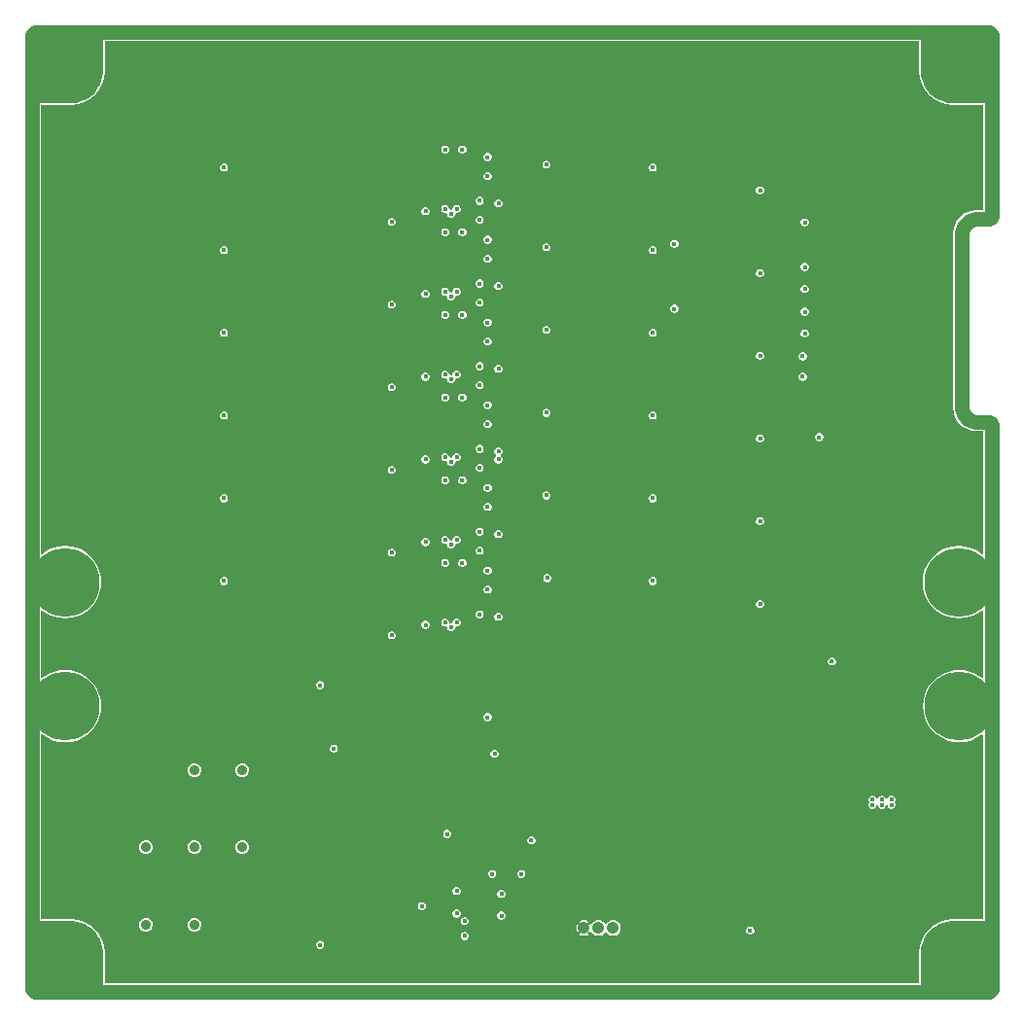
<source format=gbr>
G04*
G04 #@! TF.GenerationSoftware,Altium Limited,Altium Designer,24.1.2 (44)*
G04*
G04 Layer_Physical_Order=2*
G04 Layer_Color=36540*
%FSLAX44Y44*%
%MOMM*%
G71*
G04*
G04 #@! TF.SameCoordinates,9195950A-8220-4955-82C2-9B8F86C7291D*
G04*
G04*
G04 #@! TF.FilePolarity,Positive*
G04*
G01*
G75*
%ADD40C,1.2700*%
%ADD64C,6.0000*%
%ADD65C,0.8000*%
%ADD67C,1.0500*%
%ADD68C,0.9000*%
%ADD69C,0.4000*%
%ADD70C,0.5000*%
G36*
X843526Y781000D02*
X809293Y781000D01*
X807438Y781000D01*
X803761Y781484D01*
X800179Y782444D01*
X796752Y783863D01*
X793540Y785718D01*
X790598Y787975D01*
X787975Y790598D01*
X785718Y793540D01*
X783863Y796752D01*
X782444Y800179D01*
X781484Y803761D01*
X781000Y807438D01*
X781000Y809293D01*
X781000D01*
Y843526D01*
X843526D01*
Y781000D01*
D02*
G37*
G36*
X69000Y809293D02*
X69000D01*
X69000Y807438D01*
X68516Y803761D01*
X67556Y800179D01*
X66137Y796752D01*
X64282Y793540D01*
X62024Y790598D01*
X59402Y787975D01*
X56460Y785718D01*
X53248Y783863D01*
X49821Y782444D01*
X46239Y781484D01*
X42562Y781000D01*
X40707Y781000D01*
X6474Y781000D01*
Y843526D01*
X69000D01*
Y809293D01*
D02*
G37*
G36*
X779376D02*
X779376Y809293D01*
X779376Y807438D01*
X779419Y807335D01*
X779390Y807226D01*
X779874Y803549D01*
X779930Y803452D01*
X779916Y803341D01*
X780876Y799759D01*
X780944Y799669D01*
Y799557D01*
X782363Y796131D01*
X782443Y796052D01*
X782457Y795940D01*
X784312Y792729D01*
X784400Y792660D01*
X784430Y792552D01*
X786687Y789610D01*
X786785Y789554D01*
X786827Y789450D01*
X789450Y786827D01*
X789554Y786785D01*
X789610Y786687D01*
X792552Y784430D01*
X792660Y784401D01*
X792729Y784312D01*
X795940Y782457D01*
X796052Y782443D01*
X796131Y782363D01*
X799557Y780944D01*
X799669D01*
X799759Y780876D01*
X803341Y779916D01*
X803452Y779930D01*
X803549Y779874D01*
X807226Y779390D01*
X807335Y779419D01*
X807438Y779376D01*
X809293Y779376D01*
X835232Y779376D01*
Y687825D01*
X828860D01*
X828860Y687853D01*
X824998Y687472D01*
X821285Y686346D01*
X817862Y684517D01*
X814863Y682055D01*
X812401Y679055D01*
X810572Y675633D01*
X809445Y671919D01*
X809065Y668057D01*
X809092D01*
Y515497D01*
X809065D01*
X809445Y511635D01*
X810572Y507922D01*
X812401Y504499D01*
X814863Y501500D01*
X817862Y499038D01*
X821285Y497209D01*
X824998Y496082D01*
X828860Y495702D01*
X828860Y495729D01*
X835232D01*
Y388808D01*
X834079Y388276D01*
X832572Y389563D01*
X828345Y392154D01*
X823764Y394051D01*
X818943Y395208D01*
X814000Y395597D01*
X809057Y395208D01*
X804236Y394051D01*
X799655Y392154D01*
X795427Y389563D01*
X791657Y386343D01*
X788437Y382573D01*
X785846Y378345D01*
X783949Y373764D01*
X782792Y368943D01*
X782403Y364000D01*
X782792Y359057D01*
X783949Y354236D01*
X785846Y349655D01*
X788437Y345428D01*
X791657Y341657D01*
X795427Y338437D01*
X799655Y335846D01*
X804236Y333949D01*
X809057Y332792D01*
X814000Y332403D01*
X818943Y332792D01*
X823764Y333949D01*
X828345Y335846D01*
X832572Y338437D01*
X834079Y339724D01*
X835232Y339192D01*
Y281215D01*
X834079Y280683D01*
X833049Y281563D01*
X828822Y284153D01*
X824241Y286051D01*
X819420Y287208D01*
X814477Y287597D01*
X809534Y287208D01*
X804713Y286051D01*
X800132Y284153D01*
X795904Y281563D01*
X792134Y278343D01*
X788914Y274573D01*
X786323Y270345D01*
X784426Y265764D01*
X783269Y260943D01*
X782879Y256000D01*
X783269Y251057D01*
X784426Y246236D01*
X786323Y241655D01*
X788914Y237428D01*
X792134Y233657D01*
X795904Y230437D01*
X800132Y227847D01*
X804713Y225949D01*
X809534Y224792D01*
X814477Y224403D01*
X819420Y224792D01*
X824241Y225949D01*
X828822Y227847D01*
X833049Y230437D01*
X834079Y231317D01*
X835232Y230785D01*
Y70624D01*
X809293Y70624D01*
X807438Y70624D01*
X807335Y70581D01*
X807226Y70610D01*
X803549Y70126D01*
X803452Y70069D01*
X803341Y70084D01*
X799759Y69124D01*
X799669Y69056D01*
X799557D01*
X796131Y67637D01*
X796052Y67557D01*
X795940Y67543D01*
X792729Y65688D01*
X792660Y65599D01*
X792552Y65570D01*
X789610Y63313D01*
X789554Y63215D01*
X789450Y63173D01*
X786827Y60550D01*
X786785Y60447D01*
X786687Y60390D01*
X784430Y57448D01*
X784400Y57340D01*
X784312Y57271D01*
X782457Y54060D01*
X782443Y53948D01*
X782363Y53869D01*
X780944Y50443D01*
Y50331D01*
X780876Y50241D01*
X779916Y46659D01*
X779930Y46548D01*
X779874Y46451D01*
X779390Y42774D01*
X779419Y42665D01*
X779376Y42562D01*
X779376Y40707D01*
X779376Y40707D01*
Y14768D01*
X70624D01*
Y40707D01*
X70624Y40708D01*
X70624Y42562D01*
X70581Y42665D01*
X70610Y42774D01*
X70126Y46451D01*
X70069Y46548D01*
X70084Y46659D01*
X69124Y50241D01*
X69056Y50331D01*
Y50443D01*
X67637Y53869D01*
X67557Y53948D01*
X67543Y54060D01*
X65688Y57271D01*
X65599Y57340D01*
X65570Y57448D01*
X63313Y60390D01*
X63215Y60447D01*
X63173Y60550D01*
X60550Y63173D01*
X60447Y63215D01*
X60390Y63313D01*
X57448Y65570D01*
X57340Y65599D01*
X57271Y65688D01*
X54060Y67543D01*
X53948Y67557D01*
X53869Y67637D01*
X50443Y69056D01*
X50331D01*
X50241Y69124D01*
X46659Y70084D01*
X46548Y70069D01*
X46451Y70126D01*
X42774Y70610D01*
X42665Y70581D01*
X42562Y70624D01*
X40707Y70624D01*
X14768Y70624D01*
Y231192D01*
X15921Y231724D01*
X17428Y230437D01*
X21655Y227847D01*
X26236Y225949D01*
X31057Y224792D01*
X36000Y224403D01*
X40943Y224792D01*
X45764Y225949D01*
X50345Y227847D01*
X54573Y230437D01*
X58343Y233657D01*
X61563Y237428D01*
X64153Y241655D01*
X66051Y246236D01*
X67208Y251057D01*
X67597Y256000D01*
X67208Y260943D01*
X66051Y265764D01*
X64153Y270345D01*
X61563Y274573D01*
X58343Y278343D01*
X54573Y281563D01*
X50345Y284153D01*
X45764Y286051D01*
X40943Y287208D01*
X36000Y287597D01*
X31057Y287208D01*
X26236Y286051D01*
X21655Y284153D01*
X17428Y281563D01*
X15921Y280276D01*
X14768Y280808D01*
Y339192D01*
X15921Y339724D01*
X17428Y338437D01*
X21655Y335846D01*
X26236Y333949D01*
X31057Y332792D01*
X36000Y332403D01*
X40943Y332792D01*
X45764Y333949D01*
X50345Y335846D01*
X54573Y338437D01*
X58343Y341657D01*
X61563Y345428D01*
X64153Y349655D01*
X66051Y354236D01*
X67208Y359057D01*
X67597Y364000D01*
X67208Y368943D01*
X66051Y373764D01*
X64153Y378345D01*
X61563Y382573D01*
X58343Y386343D01*
X54573Y389563D01*
X50345Y392154D01*
X45764Y394051D01*
X40943Y395208D01*
X36000Y395597D01*
X31057Y395208D01*
X26236Y394051D01*
X21655Y392154D01*
X17428Y389563D01*
X15921Y388276D01*
X14768Y388808D01*
Y779376D01*
X40707Y779376D01*
X42562Y779376D01*
X42665Y779419D01*
X42774Y779390D01*
X46451Y779874D01*
X46548Y779930D01*
X46659Y779916D01*
X50241Y780876D01*
X50331Y780944D01*
X50443D01*
X53869Y782363D01*
X53948Y782443D01*
X54060Y782457D01*
X57271Y784312D01*
X57340Y784401D01*
X57448Y784430D01*
X60390Y786687D01*
X60447Y786785D01*
X60550Y786827D01*
X63173Y789450D01*
X63215Y789554D01*
X63313Y789610D01*
X65570Y792552D01*
X65599Y792660D01*
X65688Y792729D01*
X67543Y795940D01*
X67557Y796052D01*
X67637Y796131D01*
X69056Y799557D01*
Y799669D01*
X69124Y799759D01*
X70084Y803341D01*
X70069Y803452D01*
X70126Y803549D01*
X70610Y807226D01*
X70581Y807335D01*
X70624Y807438D01*
X70624Y809292D01*
X70624Y809293D01*
Y835232D01*
X779376D01*
Y809293D01*
D02*
G37*
G36*
X843526Y6474D02*
X781000D01*
Y40707D01*
X781000Y40707D01*
X781000Y40707D01*
X781000Y42562D01*
X781484Y46239D01*
X782444Y49821D01*
X783863Y53248D01*
X785718Y56460D01*
X787975Y59402D01*
X790598Y62024D01*
X793540Y64282D01*
X796752Y66137D01*
X800179Y67556D01*
X803761Y68516D01*
X807438Y69000D01*
X809293Y69000D01*
X843526Y69000D01*
Y6474D01*
D02*
G37*
G36*
X40707Y69000D02*
X42562Y69000D01*
X46239Y68516D01*
X49821Y67556D01*
X53248Y66137D01*
X56460Y64282D01*
X59402Y62024D01*
X62024Y59402D01*
X64282Y56460D01*
X66137Y53248D01*
X67556Y49821D01*
X68516Y46239D01*
X69000Y42562D01*
X69000Y40707D01*
X69000D01*
X69000Y40707D01*
Y6474D01*
X6474D01*
Y69000D01*
X40707Y69000D01*
D02*
G37*
%LPC*%
G36*
X823842Y840620D02*
X821845Y840620D01*
X822542Y838937D01*
X820195Y837965D01*
X819498Y839648D01*
X818085Y838235D01*
X817248Y836214D01*
X817248Y834216D01*
X818931Y834913D01*
X819903Y832567D01*
X818220Y831870D01*
X819633Y830457D01*
X821654Y829620D01*
X823652Y829620D01*
X822955Y831302D01*
X825301Y832274D01*
X825998Y830592D01*
X827411Y832004D01*
X828248Y834026D01*
X828248Y836023D01*
X826566Y835327D01*
X825594Y837673D01*
X827276Y838370D01*
X825864Y839782D01*
X823842Y840620D01*
D02*
G37*
G36*
X804158Y840620D02*
X802136Y839783D01*
X800724Y838370D01*
X802406Y837673D01*
X801434Y835327D01*
X799752Y836023D01*
X799752Y834026D01*
X800589Y832004D01*
X802002Y830592D01*
X802699Y832274D01*
X805045Y831302D01*
X804348Y829620D01*
X806346Y829620D01*
X808367Y830457D01*
X809780Y831870D01*
X808097Y832567D01*
X809069Y834913D01*
X810752Y834216D01*
X810752Y836214D01*
X809914Y838235D01*
X808502Y839648D01*
X807805Y837965D01*
X805459Y838937D01*
X806155Y840620D01*
X804158Y840620D01*
D02*
G37*
G36*
X793974Y828248D02*
X791977Y828248D01*
X792673Y826566D01*
X790327Y825594D01*
X789630Y827276D01*
X788217Y825864D01*
X787380Y823842D01*
X787380Y821845D01*
X789063Y822542D01*
X790035Y820195D01*
X788352Y819498D01*
X789765Y818085D01*
X791786Y817248D01*
X793784Y817248D01*
X793087Y818931D01*
X795433Y819903D01*
X796130Y818220D01*
X797543Y819633D01*
X798380Y821654D01*
X798380Y823652D01*
X796698Y822955D01*
X795726Y825301D01*
X797408Y825998D01*
X795996Y827411D01*
X793974Y828248D01*
D02*
G37*
G36*
X834026D02*
X832004Y827411D01*
X830592Y825998D01*
X832274Y825301D01*
X831302Y822955D01*
X829620Y823652D01*
X829620Y821654D01*
X830457Y819633D01*
X831870Y818220D01*
X832567Y819903D01*
X834913Y818931D01*
X834216Y817248D01*
X836214Y817248D01*
X838235Y818085D01*
X839648Y819498D01*
X837965Y820195D01*
X838937Y822542D01*
X840620Y821845D01*
X840620Y823842D01*
X839783Y825864D01*
X838370Y827276D01*
X837673Y825594D01*
X835327Y826566D01*
X836023Y828248D01*
X834026Y828248D01*
D02*
G37*
G36*
X836214Y810752D02*
X834216Y810752D01*
X834913Y809069D01*
X832567Y808097D01*
X831870Y809780D01*
X830457Y808367D01*
X829620Y806346D01*
X829620Y804348D01*
X831302Y805045D01*
X832274Y802699D01*
X830592Y802002D01*
X832004Y800589D01*
X834026Y799752D01*
X836023Y799752D01*
X835327Y801434D01*
X837673Y802406D01*
X838370Y800724D01*
X839782Y802136D01*
X840620Y804158D01*
X840620Y806155D01*
X838937Y805459D01*
X837965Y807805D01*
X839648Y808502D01*
X838235Y809914D01*
X836214Y810752D01*
D02*
G37*
G36*
X791786D02*
X789765Y809914D01*
X788352Y808502D01*
X790035Y807805D01*
X789063Y805459D01*
X787380Y806155D01*
X787380Y804158D01*
X788217Y802136D01*
X789630Y800724D01*
X790327Y802406D01*
X792673Y801434D01*
X791977Y799752D01*
X793974Y799752D01*
X795996Y800589D01*
X797408Y802002D01*
X795726Y802699D01*
X796698Y805045D01*
X798380Y804348D01*
X798380Y806346D01*
X797543Y808367D01*
X796130Y809780D01*
X795433Y808097D01*
X793087Y809069D01*
X793784Y810752D01*
X791786Y810752D01*
D02*
G37*
G36*
X806346Y798380D02*
X804348Y798380D01*
X805045Y796698D01*
X802699Y795726D01*
X802002Y797408D01*
X800589Y795996D01*
X799752Y793974D01*
X799752Y791977D01*
X801434Y792673D01*
X802406Y790327D01*
X800724Y789630D01*
X802136Y788217D01*
X804158Y787380D01*
X806155Y787380D01*
X805459Y789063D01*
X807805Y790035D01*
X808502Y788352D01*
X809914Y789765D01*
X810752Y791786D01*
X810752Y793784D01*
X809069Y793087D01*
X808097Y795433D01*
X809780Y796130D01*
X808367Y797543D01*
X806346Y798380D01*
D02*
G37*
G36*
X821654Y798380D02*
X819633Y797543D01*
X818220Y796130D01*
X819903Y795433D01*
X818931Y793087D01*
X817248Y793784D01*
X817248Y791786D01*
X818085Y789765D01*
X819498Y788352D01*
X820195Y790035D01*
X822542Y789063D01*
X821845Y787380D01*
X823842Y787380D01*
X825864Y788217D01*
X827276Y789630D01*
X825594Y790327D01*
X826566Y792673D01*
X828248Y791977D01*
X828248Y793974D01*
X827411Y795996D01*
X825998Y797408D01*
X825301Y795726D01*
X822955Y796698D01*
X823652Y798380D01*
X821654Y798380D01*
D02*
G37*
G36*
X45842Y840620D02*
X43845Y840620D01*
X44542Y838937D01*
X42195Y837965D01*
X41498Y839648D01*
X40086Y838235D01*
X39248Y836214D01*
X39248Y834216D01*
X40931Y834913D01*
X41903Y832567D01*
X40220Y831870D01*
X41633Y830457D01*
X43654Y829620D01*
X45652Y829620D01*
X44955Y831302D01*
X47301Y832274D01*
X47998Y830592D01*
X49411Y832004D01*
X50248Y834026D01*
X50248Y836023D01*
X48566Y835327D01*
X47594Y837673D01*
X49276Y838370D01*
X47864Y839782D01*
X45842Y840620D01*
D02*
G37*
G36*
X26158Y840620D02*
X24136Y839783D01*
X22724Y838370D01*
X24406Y837673D01*
X23434Y835327D01*
X21752Y836023D01*
X21752Y834026D01*
X22589Y832004D01*
X24002Y830592D01*
X24699Y832274D01*
X27045Y831302D01*
X26348Y829620D01*
X28346Y829620D01*
X30367Y830457D01*
X31780Y831870D01*
X30097Y832567D01*
X31069Y834913D01*
X32752Y834216D01*
X32752Y836214D01*
X31915Y838235D01*
X30502Y839648D01*
X29805Y837965D01*
X27459Y838937D01*
X28155Y840620D01*
X26158Y840620D01*
D02*
G37*
G36*
X15974Y828248D02*
X13977Y828248D01*
X14674Y826566D01*
X12327Y825594D01*
X11630Y827276D01*
X10217Y825864D01*
X9380Y823842D01*
X9380Y821845D01*
X11063Y822542D01*
X12035Y820195D01*
X10352Y819498D01*
X11765Y818085D01*
X13786Y817248D01*
X15784Y817248D01*
X15087Y818931D01*
X17433Y819903D01*
X18130Y818220D01*
X19543Y819633D01*
X20380Y821654D01*
X20380Y823652D01*
X18698Y822955D01*
X17726Y825301D01*
X19408Y825998D01*
X17996Y827411D01*
X15974Y828248D01*
D02*
G37*
G36*
X56026D02*
X54004Y827411D01*
X52592Y825998D01*
X54274Y825301D01*
X53302Y822955D01*
X51620Y823652D01*
X51620Y821654D01*
X52457Y819633D01*
X53870Y818220D01*
X54567Y819903D01*
X56913Y818931D01*
X56216Y817248D01*
X58214Y817248D01*
X60235Y818085D01*
X61648Y819498D01*
X59965Y820195D01*
X60937Y822542D01*
X62620Y821845D01*
X62620Y823842D01*
X61783Y825864D01*
X60370Y827276D01*
X59673Y825594D01*
X57326Y826566D01*
X58023Y828248D01*
X56026Y828248D01*
D02*
G37*
G36*
X58214Y810752D02*
X56216Y810752D01*
X56913Y809069D01*
X54567Y808097D01*
X53870Y809780D01*
X52457Y808367D01*
X51620Y806346D01*
X51620Y804348D01*
X53302Y805045D01*
X54274Y802699D01*
X52592Y802002D01*
X54004Y800589D01*
X56026Y799752D01*
X58023Y799752D01*
X57326Y801434D01*
X59673Y802406D01*
X60370Y800724D01*
X61783Y802136D01*
X62620Y804158D01*
X62620Y806155D01*
X60937Y805459D01*
X59965Y807805D01*
X61648Y808502D01*
X60235Y809914D01*
X58214Y810752D01*
D02*
G37*
G36*
X13786D02*
X11765Y809914D01*
X10352Y808502D01*
X12035Y807805D01*
X11063Y805459D01*
X9380Y806155D01*
X9380Y804158D01*
X10217Y802136D01*
X11630Y800724D01*
X12327Y802406D01*
X14674Y801434D01*
X13977Y799752D01*
X15974Y799752D01*
X17996Y800589D01*
X19408Y802002D01*
X17726Y802699D01*
X18698Y805045D01*
X20380Y804348D01*
X20380Y806346D01*
X19543Y808367D01*
X18130Y809780D01*
X17433Y808097D01*
X15087Y809069D01*
X15784Y810752D01*
X13786Y810752D01*
D02*
G37*
G36*
X28346Y798380D02*
X26348Y798380D01*
X27045Y796698D01*
X24699Y795726D01*
X24002Y797408D01*
X22589Y795996D01*
X21752Y793974D01*
X21752Y791977D01*
X23434Y792673D01*
X24406Y790327D01*
X22724Y789630D01*
X24136Y788217D01*
X26158Y787380D01*
X28155Y787380D01*
X27459Y789063D01*
X29805Y790035D01*
X30502Y788352D01*
X31915Y789765D01*
X32752Y791786D01*
X32752Y793784D01*
X31069Y793087D01*
X30097Y795433D01*
X31780Y796130D01*
X30367Y797543D01*
X28346Y798380D01*
D02*
G37*
G36*
X43654Y798380D02*
X41633Y797543D01*
X40220Y796130D01*
X41903Y795433D01*
X40931Y793087D01*
X39248Y793784D01*
X39248Y791786D01*
X40086Y789765D01*
X41498Y788352D01*
X42195Y790035D01*
X44542Y789063D01*
X43845Y787380D01*
X45842Y787380D01*
X47864Y788217D01*
X49276Y789630D01*
X47594Y790327D01*
X48566Y792673D01*
X50248Y791977D01*
X50248Y793974D01*
X49411Y795996D01*
X47998Y797408D01*
X47301Y795726D01*
X44955Y796698D01*
X45652Y798380D01*
X43654Y798380D01*
D02*
G37*
G36*
X382546Y744184D02*
X381154D01*
X379868Y743651D01*
X378883Y742667D01*
X378350Y741380D01*
Y739988D01*
X378883Y738701D01*
X379868Y737717D01*
X381154Y737184D01*
X382546D01*
X383833Y737717D01*
X384817Y738701D01*
X385350Y739988D01*
Y741380D01*
X384817Y742667D01*
X383833Y743651D01*
X382546Y744184D01*
D02*
G37*
G36*
X367546D02*
X366154D01*
X364867Y743651D01*
X363883Y742667D01*
X363350Y741380D01*
Y739988D01*
X363883Y738701D01*
X364867Y737717D01*
X366154Y737184D01*
X367546D01*
X368833Y737717D01*
X369817Y738701D01*
X370350Y739988D01*
Y741380D01*
X369817Y742667D01*
X368833Y743651D01*
X367546Y744184D01*
D02*
G37*
G36*
X404556Y737524D02*
X403164D01*
X401877Y736991D01*
X400893Y736007D01*
X400360Y734720D01*
Y733328D01*
X400893Y732041D01*
X401877Y731057D01*
X403164Y730524D01*
X404556D01*
X405843Y731057D01*
X406827Y732041D01*
X407360Y733328D01*
Y734720D01*
X406827Y736007D01*
X405843Y736991D01*
X404556Y737524D01*
D02*
G37*
G36*
X455695Y731000D02*
X454303D01*
X453016Y730467D01*
X452032Y729483D01*
X451499Y728196D01*
Y726804D01*
X452032Y725517D01*
X453016Y724533D01*
X454303Y724000D01*
X455695D01*
X456982Y724533D01*
X457966Y725517D01*
X458499Y726804D01*
Y728196D01*
X457966Y729483D01*
X456982Y730467D01*
X455695Y731000D01*
D02*
G37*
G36*
X548320Y728500D02*
X546928D01*
X545641Y727967D01*
X544657Y726982D01*
X544124Y725696D01*
Y724304D01*
X544657Y723017D01*
X545641Y722033D01*
X546928Y721500D01*
X548320D01*
X549607Y722033D01*
X550591Y723017D01*
X551124Y724304D01*
Y725696D01*
X550591Y726982D01*
X549607Y727967D01*
X548320Y728500D01*
D02*
G37*
G36*
X174960D02*
X173568D01*
X172281Y727967D01*
X171297Y726982D01*
X170764Y725696D01*
Y724304D01*
X171297Y723017D01*
X172281Y722033D01*
X173568Y721500D01*
X174960D01*
X176247Y722033D01*
X177231Y723017D01*
X177764Y724304D01*
Y725696D01*
X177231Y726982D01*
X176247Y727967D01*
X174960Y728500D01*
D02*
G37*
G36*
X404556Y721050D02*
X403164D01*
X401877Y720517D01*
X400893Y719533D01*
X400360Y718246D01*
Y716854D01*
X400893Y715567D01*
X401877Y714583D01*
X403164Y714050D01*
X404556D01*
X405843Y714583D01*
X406827Y715567D01*
X407360Y716854D01*
Y718246D01*
X406827Y719533D01*
X405843Y720517D01*
X404556Y721050D01*
D02*
G37*
G36*
X641660Y708500D02*
X640268D01*
X638981Y707967D01*
X637997Y706982D01*
X637464Y705696D01*
Y704304D01*
X637997Y703017D01*
X638981Y702033D01*
X640268Y701500D01*
X641660D01*
X642947Y702033D01*
X643931Y703017D01*
X644464Y704304D01*
Y705696D01*
X643931Y706982D01*
X642947Y707967D01*
X641660Y708500D01*
D02*
G37*
G36*
X397612Y699476D02*
X396220D01*
X394933Y698943D01*
X393949Y697959D01*
X393416Y696672D01*
Y695280D01*
X393949Y693993D01*
X394933Y693009D01*
X396220Y692476D01*
X397612D01*
X398899Y693009D01*
X399883Y693993D01*
X400416Y695280D01*
Y696672D01*
X399883Y697959D01*
X398899Y698943D01*
X397612Y699476D01*
D02*
G37*
G36*
X413938Y697287D02*
X412545D01*
X411259Y696754D01*
X410275Y695770D01*
X409742Y694483D01*
Y693091D01*
X410275Y691804D01*
X411259Y690820D01*
X412545Y690287D01*
X413938D01*
X415224Y690820D01*
X416209Y691804D01*
X416742Y693091D01*
Y694483D01*
X416209Y695770D01*
X415224Y696754D01*
X413938Y697287D01*
D02*
G37*
G36*
X377546Y692310D02*
X376154D01*
X374867Y691777D01*
X373883Y690793D01*
X373350Y689506D01*
Y689352D01*
X372546Y688310D01*
X371154D01*
X370350Y689352D01*
Y689506D01*
X369817Y690793D01*
X368833Y691777D01*
X367546Y692310D01*
X366154D01*
X364867Y691777D01*
X363883Y690793D01*
X363350Y689506D01*
Y688114D01*
X363883Y686827D01*
X364867Y685843D01*
X366154Y685310D01*
X367546D01*
X368350Y684268D01*
Y684114D01*
X368883Y682827D01*
X369868Y681843D01*
X371154Y681310D01*
X372546D01*
X373833Y681843D01*
X374817Y682827D01*
X375350Y684114D01*
Y684268D01*
X376154Y685310D01*
X377546D01*
X378833Y685843D01*
X379817Y686827D01*
X380350Y688114D01*
Y689506D01*
X379817Y690793D01*
X378833Y691777D01*
X377546Y692310D01*
D02*
G37*
G36*
X350474Y690314D02*
X349082D01*
X347795Y689781D01*
X346811Y688797D01*
X346278Y687511D01*
Y686118D01*
X346811Y684832D01*
X347795Y683847D01*
X349082Y683314D01*
X350474D01*
X351761Y683847D01*
X352745Y684832D01*
X353278Y686118D01*
Y687511D01*
X352745Y688797D01*
X351761Y689781D01*
X350474Y690314D01*
D02*
G37*
G36*
X397612Y682950D02*
X396220D01*
X394933Y682417D01*
X393949Y681433D01*
X393416Y680146D01*
Y678754D01*
X393949Y677467D01*
X394933Y676483D01*
X396220Y675950D01*
X397612D01*
X398899Y676483D01*
X399883Y677467D01*
X400416Y678754D01*
Y680146D01*
X399883Y681433D01*
X398899Y682417D01*
X397612Y682950D01*
D02*
G37*
G36*
X321155Y681252D02*
X319762D01*
X318476Y680719D01*
X317491Y679734D01*
X316959Y678448D01*
Y677055D01*
X317491Y675769D01*
X318476Y674784D01*
X319762Y674252D01*
X321155D01*
X322441Y674784D01*
X323426Y675769D01*
X323959Y677055D01*
Y678448D01*
X323426Y679734D01*
X322441Y680719D01*
X321155Y681252D01*
D02*
G37*
G36*
X680680Y680711D02*
X679288D01*
X678001Y680179D01*
X677017Y679194D01*
X676484Y677908D01*
Y676515D01*
X677017Y675229D01*
X678001Y674244D01*
X679288Y673711D01*
X680680D01*
X681967Y674244D01*
X682951Y675229D01*
X683484Y676515D01*
Y677908D01*
X682951Y679194D01*
X681967Y680179D01*
X680680Y680711D01*
D02*
G37*
G36*
X382546Y672184D02*
X381154D01*
X379868Y671651D01*
X378883Y670667D01*
X378350Y669380D01*
Y667988D01*
X378883Y666701D01*
X379868Y665717D01*
X381154Y665184D01*
X382546D01*
X383833Y665717D01*
X384817Y666701D01*
X385350Y667988D01*
Y669380D01*
X384817Y670667D01*
X383833Y671651D01*
X382546Y672184D01*
D02*
G37*
G36*
X367546D02*
X366154D01*
X364867Y671651D01*
X363883Y670667D01*
X363350Y669380D01*
Y667988D01*
X363883Y666701D01*
X364867Y665717D01*
X366154Y665184D01*
X367546D01*
X368833Y665717D01*
X369817Y666701D01*
X370350Y667988D01*
Y669380D01*
X369817Y670667D01*
X368833Y671651D01*
X367546Y672184D01*
D02*
G37*
G36*
X404556Y665524D02*
X403164D01*
X401877Y664991D01*
X400893Y664007D01*
X400360Y662720D01*
Y661328D01*
X400893Y660041D01*
X401877Y659057D01*
X403164Y658524D01*
X404556D01*
X405843Y659057D01*
X406827Y660041D01*
X407360Y661328D01*
Y662720D01*
X406827Y664007D01*
X405843Y664991D01*
X404556Y665524D01*
D02*
G37*
G36*
X567116Y661994D02*
X565724D01*
X564437Y661461D01*
X563453Y660477D01*
X562920Y659190D01*
Y657798D01*
X563453Y656511D01*
X564437Y655527D01*
X565724Y654994D01*
X567116D01*
X568403Y655527D01*
X569387Y656511D01*
X569920Y657798D01*
Y659190D01*
X569387Y660477D01*
X568403Y661461D01*
X567116Y661994D01*
D02*
G37*
G36*
X455695Y659000D02*
X454303D01*
X453016Y658467D01*
X452032Y657483D01*
X451499Y656196D01*
Y654804D01*
X452032Y653517D01*
X453016Y652533D01*
X454303Y652000D01*
X455695D01*
X456982Y652533D01*
X457966Y653517D01*
X458499Y654804D01*
Y656196D01*
X457966Y657483D01*
X456982Y658467D01*
X455695Y659000D01*
D02*
G37*
G36*
X548320Y656500D02*
X546928D01*
X545641Y655967D01*
X544657Y654983D01*
X544124Y653696D01*
Y652304D01*
X544657Y651017D01*
X545641Y650033D01*
X546928Y649500D01*
X548320D01*
X549607Y650033D01*
X550591Y651017D01*
X551124Y652304D01*
Y653696D01*
X550591Y654983D01*
X549607Y655967D01*
X548320Y656500D01*
D02*
G37*
G36*
X174960D02*
X173568D01*
X172281Y655967D01*
X171297Y654983D01*
X170764Y653696D01*
Y652304D01*
X171297Y651017D01*
X172281Y650033D01*
X173568Y649500D01*
X174960D01*
X176247Y650033D01*
X177231Y651017D01*
X177764Y652304D01*
Y653696D01*
X177231Y654983D01*
X176247Y655967D01*
X174960Y656500D01*
D02*
G37*
G36*
X404556Y649050D02*
X403164D01*
X401877Y648517D01*
X400893Y647533D01*
X400360Y646246D01*
Y644854D01*
X400893Y643567D01*
X401877Y642583D01*
X403164Y642050D01*
X404556D01*
X405843Y642583D01*
X406827Y643567D01*
X407360Y644854D01*
Y646246D01*
X406827Y647533D01*
X405843Y648517D01*
X404556Y649050D01*
D02*
G37*
G36*
X680680Y641820D02*
X679288D01*
X678001Y641287D01*
X677017Y640302D01*
X676484Y639016D01*
Y637623D01*
X677017Y636337D01*
X678001Y635352D01*
X679288Y634820D01*
X680680D01*
X681967Y635352D01*
X682951Y636337D01*
X683484Y637623D01*
Y639016D01*
X682951Y640302D01*
X681967Y641287D01*
X680680Y641820D01*
D02*
G37*
G36*
X641660Y636500D02*
X640268D01*
X638981Y635967D01*
X637997Y634983D01*
X637464Y633696D01*
Y632304D01*
X637997Y631017D01*
X638981Y630033D01*
X640268Y629500D01*
X641660D01*
X642947Y630033D01*
X643931Y631017D01*
X644464Y632304D01*
Y633696D01*
X643931Y634983D01*
X642947Y635967D01*
X641660Y636500D01*
D02*
G37*
G36*
X397612Y627476D02*
X396220D01*
X394933Y626943D01*
X393949Y625959D01*
X393416Y624672D01*
Y623280D01*
X393949Y621993D01*
X394933Y621009D01*
X396220Y620476D01*
X397612D01*
X398899Y621009D01*
X399883Y621993D01*
X400416Y623280D01*
Y624672D01*
X399883Y625959D01*
X398899Y626943D01*
X397612Y627476D01*
D02*
G37*
G36*
X413938Y625287D02*
X412545D01*
X411259Y624754D01*
X410275Y623769D01*
X409742Y622483D01*
Y621091D01*
X410275Y619804D01*
X411259Y618820D01*
X412545Y618287D01*
X413938D01*
X415224Y618820D01*
X416209Y619804D01*
X416742Y621091D01*
Y622483D01*
X416209Y623769D01*
X415224Y624754D01*
X413938Y625287D01*
D02*
G37*
G36*
X377546Y620310D02*
X376154D01*
X374868Y619777D01*
X373883Y618793D01*
X373350Y617506D01*
Y617352D01*
X372546Y616310D01*
X371154D01*
X370350Y617352D01*
Y617506D01*
X369817Y618793D01*
X368833Y619777D01*
X367546Y620310D01*
X366154D01*
X364868Y619777D01*
X363883Y618793D01*
X363350Y617506D01*
Y616114D01*
X363883Y614827D01*
X364868Y613843D01*
X366154Y613310D01*
X367546D01*
X368350Y612268D01*
Y612114D01*
X368883Y610827D01*
X369868Y609843D01*
X371154Y609310D01*
X372546D01*
X373833Y609843D01*
X374817Y610827D01*
X375350Y612114D01*
Y612268D01*
X376154Y613310D01*
X377546D01*
X378833Y613843D01*
X379817Y614827D01*
X380350Y616114D01*
Y617506D01*
X379817Y618793D01*
X378833Y619777D01*
X377546Y620310D01*
D02*
G37*
G36*
X680680Y622820D02*
X679288D01*
X678001Y622287D01*
X677017Y621302D01*
X676484Y620016D01*
Y618623D01*
X677017Y617337D01*
X678001Y616352D01*
X679288Y615820D01*
X680680D01*
X681967Y616352D01*
X682951Y617337D01*
X683484Y618623D01*
Y620016D01*
X682951Y621302D01*
X681967Y622287D01*
X680680Y622820D01*
D02*
G37*
G36*
X350474Y618314D02*
X349082D01*
X347795Y617782D01*
X346811Y616797D01*
X346278Y615511D01*
Y614118D01*
X346811Y612832D01*
X347795Y611847D01*
X349082Y611314D01*
X350474D01*
X351761Y611847D01*
X352745Y612832D01*
X353278Y614118D01*
Y615511D01*
X352745Y616797D01*
X351761Y617782D01*
X350474Y618314D01*
D02*
G37*
G36*
X397612Y610950D02*
X396220D01*
X394933Y610417D01*
X393949Y609433D01*
X393416Y608146D01*
Y606754D01*
X393949Y605467D01*
X394933Y604483D01*
X396220Y603950D01*
X397612D01*
X398899Y604483D01*
X399883Y605467D01*
X400416Y606754D01*
Y608146D01*
X399883Y609433D01*
X398899Y610417D01*
X397612Y610950D01*
D02*
G37*
G36*
X321154Y609250D02*
X319762D01*
X318475Y608717D01*
X317491Y607733D01*
X316958Y606446D01*
Y605054D01*
X317491Y603767D01*
X318475Y602783D01*
X319762Y602250D01*
X321154D01*
X322441Y602783D01*
X323425Y603767D01*
X323958Y605054D01*
Y606446D01*
X323425Y607733D01*
X322441Y608717D01*
X321154Y609250D01*
D02*
G37*
G36*
X567116Y605480D02*
X565724D01*
X564437Y604947D01*
X563453Y603963D01*
X562920Y602676D01*
Y601284D01*
X563453Y599997D01*
X564437Y599013D01*
X565724Y598480D01*
X567116D01*
X568403Y599013D01*
X569387Y599997D01*
X569920Y601284D01*
Y602676D01*
X569387Y603963D01*
X568403Y604947D01*
X567116Y605480D01*
D02*
G37*
G36*
X680680Y602928D02*
X679288D01*
X678001Y602395D01*
X677017Y601410D01*
X676484Y600124D01*
Y598732D01*
X677017Y597445D01*
X678001Y596461D01*
X679288Y595928D01*
X680680D01*
X681967Y596461D01*
X682951Y597445D01*
X683484Y598732D01*
Y600124D01*
X682951Y601410D01*
X681967Y602395D01*
X680680Y602928D01*
D02*
G37*
G36*
X382546Y600184D02*
X381154D01*
X379868Y599651D01*
X378883Y598667D01*
X378350Y597380D01*
Y595988D01*
X378883Y594701D01*
X379868Y593717D01*
X381154Y593184D01*
X382546D01*
X383833Y593717D01*
X384817Y594701D01*
X385350Y595988D01*
Y597380D01*
X384817Y598667D01*
X383833Y599651D01*
X382546Y600184D01*
D02*
G37*
G36*
X367546D02*
X366154D01*
X364867Y599651D01*
X363883Y598667D01*
X363350Y597380D01*
Y595988D01*
X363883Y594701D01*
X364867Y593717D01*
X366154Y593184D01*
X367546D01*
X368833Y593717D01*
X369817Y594701D01*
X370350Y595988D01*
Y597380D01*
X369817Y598667D01*
X368833Y599651D01*
X367546Y600184D01*
D02*
G37*
G36*
X404556Y593524D02*
X403164D01*
X401877Y592991D01*
X400893Y592007D01*
X400360Y590720D01*
Y589328D01*
X400893Y588041D01*
X401877Y587057D01*
X403164Y586524D01*
X404556D01*
X405843Y587057D01*
X406827Y588041D01*
X407360Y589328D01*
Y590720D01*
X406827Y592007D01*
X405843Y592991D01*
X404556Y593524D01*
D02*
G37*
G36*
X455695Y587000D02*
X454303D01*
X453016Y586467D01*
X452032Y585482D01*
X451499Y584196D01*
Y582804D01*
X452032Y581517D01*
X453016Y580533D01*
X454303Y580000D01*
X455695D01*
X456982Y580533D01*
X457966Y581517D01*
X458499Y582804D01*
Y584196D01*
X457966Y585482D01*
X456982Y586467D01*
X455695Y587000D01*
D02*
G37*
G36*
X548320Y584500D02*
X546928D01*
X545641Y583967D01*
X544657Y582982D01*
X544124Y581696D01*
Y580304D01*
X544657Y579017D01*
X545641Y578033D01*
X546928Y577500D01*
X548320D01*
X549607Y578033D01*
X550591Y579017D01*
X551124Y580304D01*
Y581696D01*
X550591Y582982D01*
X549607Y583967D01*
X548320Y584500D01*
D02*
G37*
G36*
X174960D02*
X173568D01*
X172281Y583967D01*
X171297Y582982D01*
X170764Y581696D01*
Y580304D01*
X171297Y579017D01*
X172281Y578033D01*
X173568Y577500D01*
X174960D01*
X176247Y578033D01*
X177231Y579017D01*
X177764Y580304D01*
Y581696D01*
X177231Y582982D01*
X176247Y583967D01*
X174960Y584500D01*
D02*
G37*
G36*
X680680Y583928D02*
X679288D01*
X678001Y583395D01*
X677017Y582410D01*
X676484Y581124D01*
Y579732D01*
X677017Y578445D01*
X678001Y577461D01*
X679288Y576928D01*
X680680D01*
X681967Y577461D01*
X682951Y578445D01*
X683484Y579732D01*
Y581124D01*
X682951Y582410D01*
X681967Y583395D01*
X680680Y583928D01*
D02*
G37*
G36*
X404556Y577050D02*
X403164D01*
X401877Y576517D01*
X400893Y575533D01*
X400360Y574246D01*
Y572854D01*
X400893Y571567D01*
X401877Y570583D01*
X403164Y570050D01*
X404556D01*
X405843Y570583D01*
X406827Y571567D01*
X407360Y572854D01*
Y574246D01*
X406827Y575533D01*
X405843Y576517D01*
X404556Y577050D01*
D02*
G37*
G36*
X641660Y564500D02*
X640268D01*
X638981Y563967D01*
X637997Y562982D01*
X637464Y561696D01*
Y560304D01*
X637997Y559017D01*
X638981Y558033D01*
X640268Y557500D01*
X641660D01*
X642947Y558033D01*
X643931Y559017D01*
X644464Y560304D01*
Y561696D01*
X643931Y562982D01*
X642947Y563967D01*
X641660Y564500D01*
D02*
G37*
G36*
X678876Y564036D02*
X677484D01*
X676197Y563503D01*
X675213Y562519D01*
X674680Y561232D01*
Y559840D01*
X675213Y558553D01*
X676197Y557569D01*
X677484Y557036D01*
X678876D01*
X680163Y557569D01*
X681147Y558553D01*
X681680Y559840D01*
Y561232D01*
X681147Y562519D01*
X680163Y563503D01*
X678876Y564036D01*
D02*
G37*
G36*
X397612Y555476D02*
X396220D01*
X394933Y554943D01*
X393949Y553959D01*
X393416Y552672D01*
Y551280D01*
X393949Y549993D01*
X394933Y549009D01*
X396220Y548476D01*
X397612D01*
X398899Y549009D01*
X399883Y549993D01*
X400416Y551280D01*
Y552672D01*
X399883Y553959D01*
X398899Y554943D01*
X397612Y555476D01*
D02*
G37*
G36*
X413938Y553287D02*
X412545D01*
X411259Y552754D01*
X410275Y551769D01*
X409742Y550483D01*
Y549091D01*
X410275Y547804D01*
X411259Y546820D01*
X412545Y546287D01*
X413938D01*
X415224Y546820D01*
X416209Y547804D01*
X416742Y549091D01*
Y550483D01*
X416209Y551769D01*
X415224Y552754D01*
X413938Y553287D01*
D02*
G37*
G36*
X377546Y548310D02*
X376154D01*
X374867Y547777D01*
X373883Y546793D01*
X373350Y545506D01*
Y545352D01*
X372546Y544310D01*
X371154D01*
X370350Y545352D01*
Y545506D01*
X369817Y546793D01*
X368833Y547777D01*
X367546Y548310D01*
X366154D01*
X364867Y547777D01*
X363883Y546793D01*
X363350Y545506D01*
Y544114D01*
X363883Y542827D01*
X364867Y541843D01*
X366154Y541310D01*
X367546D01*
X368350Y540268D01*
Y540114D01*
X368883Y538827D01*
X369868Y537843D01*
X371154Y537310D01*
X372546D01*
X373833Y537843D01*
X374817Y538827D01*
X375350Y540114D01*
Y540268D01*
X376154Y541310D01*
X377546D01*
X378833Y541843D01*
X379817Y542827D01*
X380350Y544114D01*
Y545506D01*
X379817Y546793D01*
X378833Y547777D01*
X377546Y548310D01*
D02*
G37*
G36*
X678876Y546314D02*
X677484D01*
X676197Y545782D01*
X675213Y544797D01*
X674680Y543511D01*
Y542118D01*
X675213Y540832D01*
X676197Y539847D01*
X677484Y539314D01*
X678876D01*
X680163Y539847D01*
X681147Y540832D01*
X681680Y542118D01*
Y543511D01*
X681147Y544797D01*
X680163Y545782D01*
X678876Y546314D01*
D02*
G37*
G36*
X350474D02*
X349082D01*
X347795Y545782D01*
X346811Y544797D01*
X346278Y543511D01*
Y542118D01*
X346811Y540832D01*
X347795Y539847D01*
X349082Y539314D01*
X350474D01*
X351761Y539847D01*
X352745Y540832D01*
X353278Y542118D01*
Y543511D01*
X352745Y544797D01*
X351761Y545782D01*
X350474Y546314D01*
D02*
G37*
G36*
X397612Y538950D02*
X396220D01*
X394933Y538417D01*
X393949Y537433D01*
X393416Y536146D01*
Y534754D01*
X393949Y533467D01*
X394933Y532483D01*
X396220Y531950D01*
X397612D01*
X398899Y532483D01*
X399883Y533467D01*
X400416Y534754D01*
Y536146D01*
X399883Y537433D01*
X398899Y538417D01*
X397612Y538950D01*
D02*
G37*
G36*
X321154Y537250D02*
X319762D01*
X318475Y536717D01*
X317491Y535733D01*
X316958Y534446D01*
Y533054D01*
X317491Y531767D01*
X318475Y530783D01*
X319762Y530250D01*
X321154D01*
X322441Y530783D01*
X323425Y531767D01*
X323958Y533054D01*
Y534446D01*
X323425Y535733D01*
X322441Y536717D01*
X321154Y537250D01*
D02*
G37*
G36*
X382546Y528184D02*
X381154D01*
X379868Y527651D01*
X378883Y526667D01*
X378350Y525380D01*
Y523988D01*
X378883Y522701D01*
X379868Y521717D01*
X381154Y521184D01*
X382546D01*
X383833Y521717D01*
X384817Y522701D01*
X385350Y523988D01*
Y525380D01*
X384817Y526667D01*
X383833Y527651D01*
X382546Y528184D01*
D02*
G37*
G36*
X367546D02*
X366154D01*
X364867Y527651D01*
X363883Y526667D01*
X363350Y525380D01*
Y523988D01*
X363883Y522701D01*
X364867Y521717D01*
X366154Y521184D01*
X367546D01*
X368833Y521717D01*
X369817Y522701D01*
X370350Y523988D01*
Y525380D01*
X369817Y526667D01*
X368833Y527651D01*
X367546Y528184D01*
D02*
G37*
G36*
X404556Y521524D02*
X403164D01*
X401877Y520991D01*
X400893Y520007D01*
X400360Y518720D01*
Y517328D01*
X400893Y516041D01*
X401877Y515057D01*
X403164Y514524D01*
X404556D01*
X405843Y515057D01*
X406827Y516041D01*
X407360Y517328D01*
Y518720D01*
X406827Y520007D01*
X405843Y520991D01*
X404556Y521524D01*
D02*
G37*
G36*
X455695Y515000D02*
X454303D01*
X453016Y514467D01*
X452032Y513483D01*
X451499Y512196D01*
Y510804D01*
X452032Y509517D01*
X453016Y508533D01*
X454303Y508000D01*
X455695D01*
X456982Y508533D01*
X457966Y509517D01*
X458499Y510804D01*
Y512196D01*
X457966Y513483D01*
X456982Y514467D01*
X455695Y515000D01*
D02*
G37*
G36*
X548320Y512500D02*
X546928D01*
X545641Y511967D01*
X544657Y510983D01*
X544124Y509696D01*
Y508304D01*
X544657Y507017D01*
X545641Y506033D01*
X546928Y505500D01*
X548320D01*
X549607Y506033D01*
X550591Y507017D01*
X551124Y508304D01*
Y509696D01*
X550591Y510983D01*
X549607Y511967D01*
X548320Y512500D01*
D02*
G37*
G36*
X174960D02*
X173568D01*
X172281Y511967D01*
X171297Y510983D01*
X170764Y509696D01*
Y508304D01*
X171297Y507017D01*
X172281Y506033D01*
X173568Y505500D01*
X174960D01*
X176247Y506033D01*
X177231Y507017D01*
X177764Y508304D01*
Y509696D01*
X177231Y510983D01*
X176247Y511967D01*
X174960Y512500D01*
D02*
G37*
G36*
X404556Y505050D02*
X403164D01*
X401877Y504517D01*
X400893Y503533D01*
X400360Y502246D01*
Y500854D01*
X400893Y499567D01*
X401877Y498583D01*
X403164Y498050D01*
X404556D01*
X405843Y498583D01*
X406827Y499567D01*
X407360Y500854D01*
Y502246D01*
X406827Y503533D01*
X405843Y504517D01*
X404556Y505050D01*
D02*
G37*
G36*
X693180Y493720D02*
X691788D01*
X690501Y493187D01*
X689517Y492203D01*
X688984Y490916D01*
Y489524D01*
X689517Y488237D01*
X690501Y487253D01*
X691788Y486720D01*
X693180D01*
X694467Y487253D01*
X695451Y488237D01*
X695984Y489524D01*
Y490916D01*
X695451Y492203D01*
X694467Y493187D01*
X693180Y493720D01*
D02*
G37*
G36*
X641660Y492500D02*
X640268D01*
X638981Y491967D01*
X637997Y490983D01*
X637464Y489696D01*
Y488304D01*
X637997Y487017D01*
X638981Y486033D01*
X640268Y485500D01*
X641660D01*
X642947Y486033D01*
X643931Y487017D01*
X644464Y488304D01*
Y489696D01*
X643931Y490983D01*
X642947Y491967D01*
X641660Y492500D01*
D02*
G37*
G36*
X397612Y483476D02*
X396220D01*
X394933Y482943D01*
X393949Y481959D01*
X393416Y480672D01*
Y479280D01*
X393949Y477993D01*
X394933Y477009D01*
X396220Y476476D01*
X397612D01*
X398899Y477009D01*
X399883Y477993D01*
X400416Y479280D01*
Y480672D01*
X399883Y481959D01*
X398899Y482943D01*
X397612Y483476D01*
D02*
G37*
G36*
X377546Y476310D02*
X376154D01*
X374867Y475777D01*
X373883Y474793D01*
X373350Y473506D01*
Y473352D01*
X372546Y472310D01*
X371154D01*
X370350Y473352D01*
Y473506D01*
X369817Y474793D01*
X368833Y475777D01*
X367546Y476310D01*
X366154D01*
X364867Y475777D01*
X363883Y474793D01*
X363350Y473506D01*
Y472114D01*
X363883Y470827D01*
X364867Y469843D01*
X366154Y469310D01*
X367546D01*
X368350Y468268D01*
Y468114D01*
X368883Y466827D01*
X369868Y465843D01*
X371154Y465310D01*
X372546D01*
X373833Y465843D01*
X374817Y466827D01*
X375350Y468114D01*
Y468268D01*
X376154Y469310D01*
X377546D01*
X378833Y469843D01*
X379817Y470827D01*
X380350Y472114D01*
Y473506D01*
X379817Y474793D01*
X378833Y475777D01*
X377546Y476310D01*
D02*
G37*
G36*
X413938Y481287D02*
X412545D01*
X411259Y480754D01*
X410275Y479770D01*
X409742Y478483D01*
Y477091D01*
X410275Y475804D01*
X411021Y475058D01*
X411163Y474304D01*
X411021Y473544D01*
X410276Y472799D01*
X409744Y471512D01*
Y470120D01*
X410276Y468833D01*
X411261Y467849D01*
X412547Y467316D01*
X413940D01*
X415226Y467849D01*
X416211Y468833D01*
X416744Y470120D01*
Y471512D01*
X416211Y472799D01*
X415465Y473545D01*
X415322Y474299D01*
X415464Y475059D01*
X416209Y475804D01*
X416742Y477091D01*
Y478483D01*
X416209Y479770D01*
X415224Y480754D01*
X413938Y481287D01*
D02*
G37*
G36*
X350474Y474314D02*
X349082D01*
X347795Y473782D01*
X346811Y472797D01*
X346278Y471511D01*
Y470118D01*
X346811Y468832D01*
X347795Y467847D01*
X349082Y467314D01*
X350474D01*
X351761Y467847D01*
X352745Y468832D01*
X353278Y470118D01*
Y471511D01*
X352745Y472797D01*
X351761Y473782D01*
X350474Y474314D01*
D02*
G37*
G36*
X397612Y466950D02*
X396220D01*
X394933Y466417D01*
X393949Y465433D01*
X393416Y464146D01*
Y462754D01*
X393949Y461467D01*
X394933Y460483D01*
X396220Y459950D01*
X397612D01*
X398899Y460483D01*
X399883Y461467D01*
X400416Y462754D01*
Y464146D01*
X399883Y465433D01*
X398899Y466417D01*
X397612Y466950D01*
D02*
G37*
G36*
X321154Y465250D02*
X319762D01*
X318475Y464717D01*
X317491Y463733D01*
X316958Y462446D01*
Y461054D01*
X317491Y459767D01*
X318475Y458783D01*
X319762Y458250D01*
X321154D01*
X322441Y458783D01*
X323425Y459767D01*
X323958Y461054D01*
Y462446D01*
X323425Y463733D01*
X322441Y464717D01*
X321154Y465250D01*
D02*
G37*
G36*
X382546Y456184D02*
X381154D01*
X379868Y455651D01*
X378883Y454667D01*
X378350Y453380D01*
Y451988D01*
X378883Y450701D01*
X379868Y449717D01*
X381154Y449184D01*
X382546D01*
X383833Y449717D01*
X384817Y450701D01*
X385350Y451988D01*
Y453380D01*
X384817Y454667D01*
X383833Y455651D01*
X382546Y456184D01*
D02*
G37*
G36*
X367546D02*
X366154D01*
X364867Y455651D01*
X363883Y454667D01*
X363350Y453380D01*
Y451988D01*
X363883Y450701D01*
X364867Y449717D01*
X366154Y449184D01*
X367546D01*
X368833Y449717D01*
X369817Y450701D01*
X370350Y451988D01*
Y453380D01*
X369817Y454667D01*
X368833Y455651D01*
X367546Y456184D01*
D02*
G37*
G36*
X404556Y449524D02*
X403164D01*
X401877Y448991D01*
X400893Y448007D01*
X400360Y446720D01*
Y445328D01*
X400893Y444041D01*
X401877Y443057D01*
X403164Y442524D01*
X404556D01*
X405843Y443057D01*
X406827Y444041D01*
X407360Y445328D01*
Y446720D01*
X406827Y448007D01*
X405843Y448991D01*
X404556Y449524D01*
D02*
G37*
G36*
X455695Y443000D02*
X454303D01*
X453016Y442467D01*
X452032Y441483D01*
X451499Y440196D01*
Y438804D01*
X452032Y437517D01*
X453016Y436533D01*
X454303Y436000D01*
X455695D01*
X456982Y436533D01*
X457966Y437517D01*
X458499Y438804D01*
Y440196D01*
X457966Y441483D01*
X456982Y442467D01*
X455695Y443000D01*
D02*
G37*
G36*
X548320Y440500D02*
X546928D01*
X545641Y439967D01*
X544657Y438983D01*
X544124Y437696D01*
Y436304D01*
X544657Y435017D01*
X545641Y434033D01*
X546928Y433500D01*
X548320D01*
X549607Y434033D01*
X550591Y435017D01*
X551124Y436304D01*
Y437696D01*
X550591Y438983D01*
X549607Y439967D01*
X548320Y440500D01*
D02*
G37*
G36*
X174960D02*
X173568D01*
X172281Y439967D01*
X171297Y438983D01*
X170764Y437696D01*
Y436304D01*
X171297Y435017D01*
X172281Y434033D01*
X173568Y433500D01*
X174960D01*
X176247Y434033D01*
X177231Y435017D01*
X177764Y436304D01*
Y437696D01*
X177231Y438983D01*
X176247Y439967D01*
X174960Y440500D01*
D02*
G37*
G36*
X404556Y433050D02*
X403164D01*
X401877Y432517D01*
X400893Y431533D01*
X400360Y430246D01*
Y428854D01*
X400893Y427567D01*
X401877Y426583D01*
X403164Y426050D01*
X404556D01*
X405843Y426583D01*
X406827Y427567D01*
X407360Y428854D01*
Y430246D01*
X406827Y431533D01*
X405843Y432517D01*
X404556Y433050D01*
D02*
G37*
G36*
X641660Y420500D02*
X640268D01*
X638981Y419967D01*
X637997Y418983D01*
X637464Y417696D01*
Y416304D01*
X637997Y415017D01*
X638981Y414033D01*
X640268Y413500D01*
X641660D01*
X642947Y414033D01*
X643931Y415017D01*
X644464Y416304D01*
Y417696D01*
X643931Y418983D01*
X642947Y419967D01*
X641660Y420500D01*
D02*
G37*
G36*
X397612Y411476D02*
X396220D01*
X394933Y410943D01*
X393949Y409959D01*
X393416Y408672D01*
Y407280D01*
X393949Y405993D01*
X394933Y405009D01*
X396220Y404476D01*
X397612D01*
X398899Y405009D01*
X399883Y405993D01*
X400416Y407280D01*
Y408672D01*
X399883Y409959D01*
X398899Y410943D01*
X397612Y411476D01*
D02*
G37*
G36*
X413938Y409287D02*
X412545D01*
X411259Y408754D01*
X410275Y407770D01*
X409742Y406483D01*
Y405091D01*
X410275Y403804D01*
X411259Y402820D01*
X412545Y402287D01*
X413938D01*
X415224Y402820D01*
X416209Y403804D01*
X416742Y405091D01*
Y406483D01*
X416209Y407770D01*
X415224Y408754D01*
X413938Y409287D01*
D02*
G37*
G36*
X377546Y404310D02*
X376154D01*
X374867Y403777D01*
X373883Y402793D01*
X373350Y401506D01*
Y401352D01*
X372546Y400310D01*
X371154D01*
X370350Y401352D01*
Y401506D01*
X369817Y402793D01*
X368833Y403777D01*
X367546Y404310D01*
X366154D01*
X364867Y403777D01*
X363883Y402793D01*
X363350Y401506D01*
Y400114D01*
X363883Y398827D01*
X364867Y397843D01*
X366154Y397310D01*
X367546D01*
X368350Y396268D01*
Y396114D01*
X368883Y394827D01*
X369868Y393843D01*
X371154Y393310D01*
X372546D01*
X373833Y393843D01*
X374817Y394827D01*
X375350Y396114D01*
Y396268D01*
X376154Y397310D01*
X377546D01*
X378833Y397843D01*
X379817Y398827D01*
X380350Y400114D01*
Y401506D01*
X379817Y402793D01*
X378833Y403777D01*
X377546Y404310D01*
D02*
G37*
G36*
X350474Y402314D02*
X349082D01*
X347795Y401782D01*
X346811Y400797D01*
X346278Y399511D01*
Y398118D01*
X346811Y396832D01*
X347795Y395847D01*
X349082Y395314D01*
X350474D01*
X351761Y395847D01*
X352745Y396832D01*
X353278Y398118D01*
Y399511D01*
X352745Y400797D01*
X351761Y401782D01*
X350474Y402314D01*
D02*
G37*
G36*
X397612Y394950D02*
X396220D01*
X394933Y394417D01*
X393949Y393433D01*
X393416Y392146D01*
Y390754D01*
X393949Y389467D01*
X394933Y388483D01*
X396220Y387950D01*
X397612D01*
X398899Y388483D01*
X399883Y389467D01*
X400416Y390754D01*
Y392146D01*
X399883Y393433D01*
X398899Y394417D01*
X397612Y394950D01*
D02*
G37*
G36*
X321154Y393250D02*
X319762D01*
X318475Y392717D01*
X317491Y391733D01*
X316958Y390446D01*
Y389054D01*
X317491Y387767D01*
X318475Y386783D01*
X319762Y386250D01*
X321154D01*
X322441Y386783D01*
X323425Y387767D01*
X323958Y389054D01*
Y390446D01*
X323425Y391733D01*
X322441Y392717D01*
X321154Y393250D01*
D02*
G37*
G36*
X382546Y384184D02*
X381154D01*
X379868Y383651D01*
X378883Y382667D01*
X378350Y381380D01*
Y379988D01*
X378883Y378701D01*
X379868Y377717D01*
X381154Y377184D01*
X382546D01*
X383833Y377717D01*
X384817Y378701D01*
X385350Y379988D01*
Y381380D01*
X384817Y382667D01*
X383833Y383651D01*
X382546Y384184D01*
D02*
G37*
G36*
X367546D02*
X366154D01*
X364867Y383651D01*
X363883Y382667D01*
X363350Y381380D01*
Y379988D01*
X363883Y378701D01*
X364867Y377717D01*
X366154Y377184D01*
X367546D01*
X368833Y377717D01*
X369817Y378701D01*
X370350Y379988D01*
Y381380D01*
X369817Y382667D01*
X368833Y383651D01*
X367546Y384184D01*
D02*
G37*
G36*
X404556Y377524D02*
X403164D01*
X401877Y376991D01*
X400893Y376007D01*
X400360Y374720D01*
Y373328D01*
X400893Y372041D01*
X401877Y371057D01*
X403164Y370524D01*
X404556D01*
X405843Y371057D01*
X406827Y372041D01*
X407360Y373328D01*
Y374720D01*
X406827Y376007D01*
X405843Y376991D01*
X404556Y377524D01*
D02*
G37*
G36*
X456420Y371000D02*
X455028D01*
X453742Y370467D01*
X452757Y369482D01*
X452224Y368196D01*
Y366804D01*
X452757Y365517D01*
X453742Y364533D01*
X455028Y364000D01*
X456420D01*
X457707Y364533D01*
X458691Y365517D01*
X459224Y366804D01*
Y368196D01*
X458691Y369482D01*
X457707Y370467D01*
X456420Y371000D01*
D02*
G37*
G36*
X548320Y368500D02*
X546928D01*
X545641Y367967D01*
X544657Y366982D01*
X544124Y365696D01*
Y364304D01*
X544657Y363017D01*
X545641Y362033D01*
X546928Y361500D01*
X548320D01*
X549607Y362033D01*
X550591Y363017D01*
X551124Y364304D01*
Y365696D01*
X550591Y366982D01*
X549607Y367967D01*
X548320Y368500D01*
D02*
G37*
G36*
X174960D02*
X173568D01*
X172281Y367967D01*
X171297Y366982D01*
X170764Y365696D01*
Y364304D01*
X171297Y363017D01*
X172281Y362033D01*
X173568Y361500D01*
X174960D01*
X176247Y362033D01*
X177231Y363017D01*
X177764Y364304D01*
Y365696D01*
X177231Y366982D01*
X176247Y367967D01*
X174960Y368500D01*
D02*
G37*
G36*
X404556Y361050D02*
X403164D01*
X401877Y360517D01*
X400893Y359533D01*
X400360Y358246D01*
Y356854D01*
X400893Y355567D01*
X401877Y354583D01*
X403164Y354050D01*
X404556D01*
X405843Y354583D01*
X406827Y355567D01*
X407360Y356854D01*
Y358246D01*
X406827Y359533D01*
X405843Y360517D01*
X404556Y361050D01*
D02*
G37*
G36*
X641660Y348500D02*
X640268D01*
X638981Y347967D01*
X637997Y346982D01*
X637464Y345696D01*
Y344304D01*
X637997Y343017D01*
X638981Y342033D01*
X640268Y341500D01*
X641660D01*
X642947Y342033D01*
X643931Y343017D01*
X644464Y344304D01*
Y345696D01*
X643931Y346982D01*
X642947Y347967D01*
X641660Y348500D01*
D02*
G37*
G36*
X397612Y339476D02*
X396220D01*
X394933Y338943D01*
X393949Y337958D01*
X393416Y336672D01*
Y335280D01*
X393949Y333993D01*
X394933Y333009D01*
X396220Y332476D01*
X397612D01*
X398899Y333009D01*
X399883Y333993D01*
X400416Y335280D01*
Y336672D01*
X399883Y337958D01*
X398899Y338943D01*
X397612Y339476D01*
D02*
G37*
G36*
X413936Y337285D02*
X412544D01*
X411257Y336752D01*
X410273Y335768D01*
X409740Y334482D01*
Y333089D01*
X410273Y331803D01*
X411257Y330818D01*
X412544Y330285D01*
X413936D01*
X415223Y330818D01*
X416207Y331803D01*
X416740Y333089D01*
Y334482D01*
X416207Y335768D01*
X415223Y336752D01*
X413936Y337285D01*
D02*
G37*
G36*
X377546Y332310D02*
X376154D01*
X374867Y331777D01*
X373883Y330793D01*
X373350Y329506D01*
Y329352D01*
X372546Y328310D01*
X371154D01*
X370350Y329352D01*
Y329506D01*
X369817Y330793D01*
X368833Y331777D01*
X367546Y332310D01*
X366154D01*
X364867Y331777D01*
X363883Y330793D01*
X363350Y329506D01*
Y328114D01*
X363883Y326827D01*
X364867Y325843D01*
X366154Y325310D01*
X367546D01*
X368350Y324268D01*
Y324114D01*
X368883Y322827D01*
X369868Y321843D01*
X371154Y321310D01*
X372546D01*
X373833Y321843D01*
X374817Y322827D01*
X375350Y324114D01*
Y324268D01*
X376154Y325310D01*
X377546D01*
X378833Y325843D01*
X379817Y326827D01*
X380350Y328114D01*
Y329506D01*
X379817Y330793D01*
X378833Y331777D01*
X377546Y332310D01*
D02*
G37*
G36*
X350474Y330314D02*
X349082D01*
X347795Y329781D01*
X346811Y328797D01*
X346278Y327510D01*
Y326118D01*
X346811Y324832D01*
X347795Y323847D01*
X349082Y323314D01*
X350474D01*
X351761Y323847D01*
X352745Y324832D01*
X353278Y326118D01*
Y327510D01*
X352745Y328797D01*
X351761Y329781D01*
X350474Y330314D01*
D02*
G37*
G36*
X321156Y321248D02*
X319764D01*
X318477Y320715D01*
X317493Y319731D01*
X316960Y318444D01*
Y317052D01*
X317493Y315766D01*
X318477Y314781D01*
X319764Y314248D01*
X321156D01*
X322442Y314781D01*
X323427Y315766D01*
X323960Y317052D01*
Y318444D01*
X323427Y319731D01*
X322442Y320715D01*
X321156Y321248D01*
D02*
G37*
G36*
X704176Y298500D02*
X702784D01*
X701497Y297967D01*
X700513Y296983D01*
X699980Y295696D01*
Y294304D01*
X700513Y293017D01*
X701497Y292033D01*
X702784Y291500D01*
X704176D01*
X705463Y292033D01*
X706447Y293017D01*
X706980Y294304D01*
Y295696D01*
X706447Y296983D01*
X705463Y297967D01*
X704176Y298500D01*
D02*
G37*
G36*
X258646Y277820D02*
X257254D01*
X255967Y277287D01*
X254983Y276303D01*
X254450Y275016D01*
Y273624D01*
X254983Y272337D01*
X255967Y271353D01*
X257254Y270820D01*
X258646D01*
X259933Y271353D01*
X260917Y272337D01*
X261450Y273624D01*
Y275016D01*
X260917Y276303D01*
X259933Y277287D01*
X258646Y277820D01*
D02*
G37*
G36*
X404556Y249880D02*
X403164D01*
X401877Y249347D01*
X400893Y248363D01*
X400360Y247076D01*
Y245684D01*
X400893Y244397D01*
X401877Y243413D01*
X403164Y242880D01*
X404556D01*
X405843Y243413D01*
X406827Y244397D01*
X407360Y245684D01*
Y247076D01*
X406827Y248363D01*
X405843Y249347D01*
X404556Y249880D01*
D02*
G37*
G36*
X270681Y222437D02*
X269288D01*
X268002Y221904D01*
X267017Y220919D01*
X266485Y219633D01*
Y218241D01*
X267017Y216954D01*
X268002Y215970D01*
X269288Y215437D01*
X270681D01*
X271967Y215970D01*
X272952Y216954D01*
X273484Y218241D01*
Y219633D01*
X272952Y220919D01*
X271967Y221904D01*
X270681Y222437D01*
D02*
G37*
G36*
X410522Y218087D02*
X409130D01*
X407844Y217554D01*
X406859Y216569D01*
X406326Y215283D01*
Y213891D01*
X406859Y212604D01*
X407844Y211620D01*
X409130Y211087D01*
X410522D01*
X411809Y211620D01*
X412793Y212604D01*
X413326Y213891D01*
Y215283D01*
X412793Y216569D01*
X411809Y217554D01*
X410522Y218087D01*
D02*
G37*
G36*
X191613Y206373D02*
X189226D01*
X187021Y205460D01*
X185333Y203772D01*
X184420Y201567D01*
Y199180D01*
X185333Y196974D01*
X187021Y195287D01*
X189226Y194373D01*
X191613D01*
X193819Y195287D01*
X195506Y196974D01*
X196420Y199180D01*
Y201567D01*
X195506Y203772D01*
X193819Y205460D01*
X191613Y206373D01*
D02*
G37*
G36*
X149703D02*
X147316D01*
X145111Y205460D01*
X143423Y203772D01*
X142510Y201567D01*
Y199180D01*
X143423Y196974D01*
X145111Y195287D01*
X147316Y194373D01*
X149703D01*
X151909Y195287D01*
X153596Y196974D01*
X154510Y199180D01*
Y201567D01*
X153596Y203772D01*
X151909Y205460D01*
X149703Y206373D01*
D02*
G37*
G36*
X756050Y178300D02*
X754657D01*
X753371Y177767D01*
X752386Y176783D01*
X751854Y175496D01*
X750591D01*
X750058Y176783D01*
X749074Y177767D01*
X747787Y178300D01*
X746395D01*
X745108Y177767D01*
X744124Y176783D01*
X743591Y175496D01*
X742329D01*
X741796Y176783D01*
X740811Y177767D01*
X739525Y178300D01*
X738132D01*
X736846Y177767D01*
X735862Y176783D01*
X735329Y175496D01*
Y174104D01*
X735862Y172817D01*
X736189Y172490D01*
X735862Y172163D01*
X735329Y170876D01*
Y169484D01*
X735862Y168197D01*
X736846Y167213D01*
X738132Y166680D01*
X739525D01*
X740811Y167213D01*
X741796Y168197D01*
X742329Y169484D01*
X743591D01*
X744124Y168197D01*
X745108Y167213D01*
X746395Y166680D01*
X747787D01*
X749074Y167213D01*
X750058Y168197D01*
X750591Y169484D01*
X751854D01*
X752386Y168197D01*
X753371Y167213D01*
X754657Y166680D01*
X756050D01*
X757336Y167213D01*
X758321Y168197D01*
X758854Y169484D01*
Y170876D01*
X758321Y172163D01*
X757993Y172490D01*
X758321Y172817D01*
X758854Y174104D01*
Y175496D01*
X758321Y176783D01*
X757336Y177767D01*
X756050Y178300D01*
D02*
G37*
G36*
X369183Y148280D02*
X367791D01*
X366504Y147747D01*
X365520Y146763D01*
X364987Y145476D01*
Y144084D01*
X365520Y142797D01*
X366504Y141813D01*
X367791Y141280D01*
X369183D01*
X370469Y141813D01*
X371454Y142797D01*
X371987Y144084D01*
Y145476D01*
X371454Y146763D01*
X370469Y147747D01*
X369183Y148280D01*
D02*
G37*
G36*
X442656Y142700D02*
X441264D01*
X439977Y142167D01*
X438993Y141183D01*
X438460Y139896D01*
Y138504D01*
X438993Y137217D01*
X439977Y136233D01*
X441264Y135700D01*
X442656D01*
X443943Y136233D01*
X444927Y137217D01*
X445460Y138504D01*
Y139896D01*
X444927Y141183D01*
X443943Y142167D01*
X442656Y142700D01*
D02*
G37*
G36*
X191613Y139120D02*
X189226D01*
X187021Y138206D01*
X185333Y136518D01*
X184420Y134313D01*
Y131926D01*
X185333Y129721D01*
X187021Y128033D01*
X189226Y127120D01*
X191613D01*
X193819Y128033D01*
X195506Y129721D01*
X196420Y131926D01*
Y134313D01*
X195506Y136518D01*
X193819Y138206D01*
X191613Y139120D01*
D02*
G37*
G36*
X149703D02*
X147316D01*
X145111Y138206D01*
X143423Y136518D01*
X142510Y134313D01*
Y131926D01*
X143423Y129721D01*
X145111Y128033D01*
X147316Y127120D01*
X149703D01*
X151909Y128033D01*
X153596Y129721D01*
X154510Y131926D01*
Y134313D01*
X153596Y136518D01*
X151909Y138206D01*
X149703Y139120D01*
D02*
G37*
G36*
X107793D02*
X105406D01*
X103201Y138206D01*
X101513Y136518D01*
X100600Y134313D01*
Y131926D01*
X101513Y129721D01*
X103201Y128033D01*
X105406Y127120D01*
X107793D01*
X109999Y128033D01*
X111686Y129721D01*
X112600Y131926D01*
Y134313D01*
X111686Y136518D01*
X109999Y138206D01*
X107793Y139120D01*
D02*
G37*
G36*
X433810Y113450D02*
X432417D01*
X431131Y112917D01*
X430146Y111933D01*
X429613Y110646D01*
Y109254D01*
X430146Y107967D01*
X431131Y106983D01*
X432417Y106450D01*
X433810D01*
X435096Y106983D01*
X436080Y107967D01*
X436613Y109254D01*
Y110646D01*
X436080Y111933D01*
X435096Y112917D01*
X433810Y113450D01*
D02*
G37*
G36*
X408453D02*
X407061D01*
X405774Y112917D01*
X404790Y111933D01*
X404257Y110646D01*
Y109254D01*
X404790Y107967D01*
X405774Y106983D01*
X407061Y106450D01*
X408453D01*
X409739Y106983D01*
X410724Y107967D01*
X411257Y109254D01*
Y110646D01*
X410724Y111933D01*
X409739Y112917D01*
X408453Y113450D01*
D02*
G37*
G36*
X377546Y98470D02*
X376154D01*
X374867Y97937D01*
X373883Y96953D01*
X373350Y95666D01*
Y94274D01*
X373883Y92987D01*
X374867Y92003D01*
X376154Y91470D01*
X377546D01*
X378833Y92003D01*
X379817Y92987D01*
X380350Y94274D01*
Y95666D01*
X379817Y96953D01*
X378833Y97937D01*
X377546Y98470D01*
D02*
G37*
G36*
X416453Y96080D02*
X415061D01*
X413774Y95547D01*
X412790Y94562D01*
X412257Y93276D01*
Y91883D01*
X412790Y90597D01*
X413774Y89612D01*
X415061Y89080D01*
X416453D01*
X417739Y89612D01*
X418724Y90597D01*
X419257Y91883D01*
Y93276D01*
X418724Y94562D01*
X417739Y95547D01*
X416453Y96080D01*
D02*
G37*
G36*
X347214Y85470D02*
X345821D01*
X344535Y84937D01*
X343550Y83953D01*
X343018Y82666D01*
Y81274D01*
X343550Y79987D01*
X344535Y79003D01*
X345821Y78470D01*
X347214D01*
X348500Y79003D01*
X349485Y79987D01*
X350018Y81274D01*
Y82666D01*
X349485Y83953D01*
X348500Y84937D01*
X347214Y85470D01*
D02*
G37*
G36*
X377546Y78970D02*
X376154D01*
X374867Y78437D01*
X373883Y77453D01*
X373350Y76166D01*
Y74774D01*
X373883Y73488D01*
X374867Y72503D01*
X376154Y71970D01*
X377546D01*
X378833Y72503D01*
X379817Y73488D01*
X380350Y74774D01*
Y76166D01*
X379817Y77453D01*
X378833Y78437D01*
X377546Y78970D01*
D02*
G37*
G36*
X416453Y77160D02*
X415061D01*
X413774Y76627D01*
X412790Y75643D01*
X412257Y74356D01*
Y72964D01*
X412790Y71677D01*
X413774Y70693D01*
X415061Y70160D01*
X416453D01*
X417739Y70693D01*
X418724Y71677D01*
X419257Y72964D01*
Y74356D01*
X418724Y75643D01*
X417739Y76627D01*
X416453Y77160D01*
D02*
G37*
G36*
X513969Y69570D02*
X512191D01*
X510475Y69110D01*
X508935Y68221D01*
X507679Y66965D01*
X507463Y66592D01*
X505997D01*
X505781Y66965D01*
X504525Y68221D01*
X502985Y69110D01*
X501269Y69570D01*
X499491D01*
X497775Y69110D01*
X496235Y68221D01*
X494979Y66965D01*
X494763Y66592D01*
X493297D01*
X493279Y66623D01*
X492048Y65392D01*
X490252Y67188D01*
X491483Y68419D01*
X490285Y69110D01*
X488569Y69570D01*
X486791D01*
X485075Y69110D01*
X483877Y68419D01*
X485108Y67188D01*
X483312Y65392D01*
X482081Y66623D01*
X481390Y65426D01*
X480930Y63709D01*
Y61931D01*
X481390Y60215D01*
X482081Y59017D01*
X483312Y60248D01*
X485108Y58452D01*
X483877Y57221D01*
X485075Y56530D01*
X486791Y56070D01*
X488569D01*
X490285Y56530D01*
X491483Y57221D01*
X490252Y58452D01*
X492048Y60248D01*
X493279Y59017D01*
X493297Y59049D01*
X494763D01*
X494979Y58675D01*
X496235Y57419D01*
X497775Y56530D01*
X499491Y56070D01*
X501269D01*
X502985Y56530D01*
X504525Y57419D01*
X505781Y58675D01*
X505997Y59049D01*
X507463D01*
X507679Y58675D01*
X508935Y57419D01*
X510475Y56530D01*
X512191Y56070D01*
X513969D01*
X515685Y56530D01*
X517225Y57419D01*
X518481Y58675D01*
X519370Y60215D01*
X519830Y61931D01*
Y63709D01*
X519370Y65426D01*
X518481Y66965D01*
X517225Y68221D01*
X515685Y69110D01*
X513969Y69570D01*
D02*
G37*
G36*
X384626Y72470D02*
X383234D01*
X381947Y71937D01*
X380963Y70953D01*
X380430Y69666D01*
Y68274D01*
X380963Y66987D01*
X381947Y66003D01*
X383234Y65470D01*
X384626D01*
X385913Y66003D01*
X386897Y66987D01*
X387430Y68274D01*
Y69666D01*
X386897Y70953D01*
X385913Y71937D01*
X384626Y72470D01*
D02*
G37*
G36*
X149703Y71866D02*
X147316D01*
X145111Y70953D01*
X143423Y69265D01*
X142510Y67060D01*
Y64673D01*
X143423Y62467D01*
X145111Y60780D01*
X147316Y59866D01*
X149703D01*
X151909Y60780D01*
X153596Y62467D01*
X154510Y64673D01*
Y67060D01*
X153596Y69265D01*
X151909Y70953D01*
X149703Y71866D01*
D02*
G37*
G36*
X107793D02*
X105406D01*
X103201Y70953D01*
X101513Y69265D01*
X100600Y67060D01*
Y64673D01*
X101513Y62467D01*
X103201Y60780D01*
X105406Y59866D01*
X107793D01*
X109999Y60780D01*
X111686Y62467D01*
X112600Y64673D01*
Y67060D01*
X111686Y69265D01*
X109999Y70953D01*
X107793Y71866D01*
D02*
G37*
G36*
X633106Y64171D02*
X631714D01*
X630427Y63638D01*
X629443Y62653D01*
X628910Y61367D01*
Y59975D01*
X629443Y58688D01*
X630427Y57704D01*
X631714Y57171D01*
X633106D01*
X634393Y57704D01*
X635377Y58688D01*
X635910Y59975D01*
Y61367D01*
X635377Y62653D01*
X634393Y63638D01*
X633106Y64171D01*
D02*
G37*
G36*
X384626Y59470D02*
X383234D01*
X381947Y58937D01*
X380963Y57953D01*
X380430Y56666D01*
Y55274D01*
X380963Y53987D01*
X381947Y53003D01*
X383234Y52470D01*
X384626D01*
X385913Y53003D01*
X386897Y53987D01*
X387430Y55274D01*
Y56666D01*
X386897Y57953D01*
X385913Y58937D01*
X384626Y59470D01*
D02*
G37*
G36*
X258645Y51760D02*
X257252D01*
X255966Y51227D01*
X254981Y50243D01*
X254448Y48956D01*
Y47564D01*
X254981Y46277D01*
X255966Y45293D01*
X257252Y44760D01*
X258645D01*
X259931Y45293D01*
X260916Y46277D01*
X261448Y47564D01*
Y48956D01*
X260916Y50243D01*
X259931Y51227D01*
X258645Y51760D01*
D02*
G37*
G36*
X823842Y62620D02*
X821845Y62620D01*
X822542Y60937D01*
X820195Y59965D01*
X819498Y61648D01*
X818085Y60235D01*
X817248Y58214D01*
X817248Y56216D01*
X818931Y56913D01*
X819903Y54567D01*
X818220Y53870D01*
X819633Y52457D01*
X821654Y51620D01*
X823652Y51620D01*
X822955Y53302D01*
X825301Y54274D01*
X825998Y52592D01*
X827411Y54004D01*
X828248Y56026D01*
X828248Y58023D01*
X826566Y57326D01*
X825594Y59673D01*
X827276Y60370D01*
X825864Y61783D01*
X823842Y62620D01*
D02*
G37*
G36*
X804158Y62620D02*
X802136Y61783D01*
X800724Y60370D01*
X802406Y59673D01*
X801434Y57326D01*
X799752Y58023D01*
X799752Y56026D01*
X800589Y54004D01*
X802002Y52592D01*
X802699Y54274D01*
X805045Y53302D01*
X804348Y51620D01*
X806346Y51620D01*
X808367Y52457D01*
X809780Y53870D01*
X808097Y54567D01*
X809069Y56913D01*
X810752Y56216D01*
X810752Y58214D01*
X809914Y60235D01*
X808502Y61648D01*
X807805Y59965D01*
X805459Y60937D01*
X806155Y62620D01*
X804158Y62620D01*
D02*
G37*
G36*
X793974Y50248D02*
X791977Y50248D01*
X792673Y48566D01*
X790327Y47594D01*
X789630Y49276D01*
X788217Y47864D01*
X787380Y45842D01*
X787380Y43845D01*
X789063Y44542D01*
X790035Y42195D01*
X788352Y41498D01*
X789765Y40086D01*
X791786Y39248D01*
X793784Y39248D01*
X793087Y40931D01*
X795433Y41903D01*
X796130Y40220D01*
X797543Y41633D01*
X798380Y43654D01*
X798380Y45652D01*
X796698Y44955D01*
X795726Y47301D01*
X797408Y47998D01*
X795996Y49411D01*
X793974Y50248D01*
D02*
G37*
G36*
X834026D02*
X832004Y49411D01*
X830592Y47998D01*
X832274Y47301D01*
X831302Y44955D01*
X829620Y45652D01*
X829620Y43654D01*
X830457Y41633D01*
X831870Y40220D01*
X832567Y41903D01*
X834913Y40931D01*
X834216Y39248D01*
X836214Y39248D01*
X838235Y40086D01*
X839648Y41498D01*
X837965Y42195D01*
X838937Y44542D01*
X840620Y43845D01*
X840620Y45842D01*
X839783Y47864D01*
X838370Y49276D01*
X837673Y47594D01*
X835327Y48566D01*
X836023Y50248D01*
X834026Y50248D01*
D02*
G37*
G36*
X836214Y32752D02*
X834216Y32752D01*
X834913Y31069D01*
X832567Y30097D01*
X831870Y31780D01*
X830457Y30367D01*
X829620Y28346D01*
X829620Y26348D01*
X831302Y27045D01*
X832274Y24699D01*
X830592Y24002D01*
X832004Y22589D01*
X834026Y21752D01*
X836023Y21752D01*
X835327Y23434D01*
X837673Y24406D01*
X838370Y22724D01*
X839782Y24136D01*
X840620Y26158D01*
X840620Y28155D01*
X838937Y27459D01*
X837965Y29805D01*
X839648Y30502D01*
X838235Y31915D01*
X836214Y32752D01*
D02*
G37*
G36*
X791786D02*
X789765Y31915D01*
X788352Y30502D01*
X790035Y29805D01*
X789063Y27459D01*
X787380Y28155D01*
X787380Y26158D01*
X788217Y24136D01*
X789630Y22724D01*
X790327Y24406D01*
X792673Y23434D01*
X791977Y21752D01*
X793974Y21752D01*
X795996Y22589D01*
X797408Y24002D01*
X795726Y24699D01*
X796698Y27045D01*
X798380Y26348D01*
X798380Y28346D01*
X797543Y30367D01*
X796130Y31780D01*
X795433Y30097D01*
X793087Y31069D01*
X793784Y32752D01*
X791786Y32752D01*
D02*
G37*
G36*
X806346Y20380D02*
X804348Y20380D01*
X805045Y18698D01*
X802699Y17726D01*
X802002Y19408D01*
X800589Y17996D01*
X799752Y15974D01*
X799752Y13977D01*
X801434Y14674D01*
X802406Y12327D01*
X800724Y11630D01*
X802136Y10217D01*
X804158Y9380D01*
X806155Y9380D01*
X805459Y11063D01*
X807805Y12035D01*
X808502Y10352D01*
X809914Y11765D01*
X810752Y13786D01*
X810752Y15784D01*
X809069Y15087D01*
X808097Y17433D01*
X809780Y18130D01*
X808367Y19543D01*
X806346Y20380D01*
D02*
G37*
G36*
X821654Y20380D02*
X819633Y19543D01*
X818220Y18130D01*
X819903Y17433D01*
X818931Y15087D01*
X817248Y15784D01*
X817248Y13786D01*
X818085Y11765D01*
X819498Y10352D01*
X820195Y12035D01*
X822542Y11063D01*
X821845Y9380D01*
X823842Y9380D01*
X825864Y10217D01*
X827276Y11630D01*
X825594Y12327D01*
X826566Y14674D01*
X828248Y13977D01*
X828248Y15974D01*
X827411Y17996D01*
X825998Y19408D01*
X825301Y17726D01*
X822955Y18698D01*
X823652Y20380D01*
X821654Y20380D01*
D02*
G37*
G36*
X45842Y62620D02*
X43845Y62620D01*
X44542Y60937D01*
X42195Y59965D01*
X41498Y61648D01*
X40086Y60235D01*
X39248Y58214D01*
X39248Y56216D01*
X40931Y56913D01*
X41903Y54567D01*
X40220Y53870D01*
X41633Y52457D01*
X43654Y51620D01*
X45652Y51620D01*
X44955Y53302D01*
X47301Y54274D01*
X47998Y52592D01*
X49411Y54004D01*
X50248Y56026D01*
X50248Y58023D01*
X48566Y57326D01*
X47594Y59673D01*
X49276Y60370D01*
X47864Y61783D01*
X45842Y62620D01*
D02*
G37*
G36*
X26158Y62620D02*
X24136Y61783D01*
X22724Y60370D01*
X24406Y59673D01*
X23434Y57326D01*
X21752Y58023D01*
X21752Y56026D01*
X22589Y54004D01*
X24002Y52592D01*
X24699Y54274D01*
X27045Y53302D01*
X26348Y51620D01*
X28346Y51620D01*
X30367Y52457D01*
X31780Y53870D01*
X30097Y54567D01*
X31069Y56913D01*
X32752Y56216D01*
X32752Y58214D01*
X31915Y60235D01*
X30502Y61648D01*
X29805Y59965D01*
X27459Y60937D01*
X28155Y62620D01*
X26158Y62620D01*
D02*
G37*
G36*
X15974Y50248D02*
X13977Y50248D01*
X14674Y48566D01*
X12327Y47594D01*
X11630Y49276D01*
X10217Y47864D01*
X9380Y45842D01*
X9380Y43845D01*
X11063Y44542D01*
X12035Y42195D01*
X10352Y41498D01*
X11765Y40086D01*
X13786Y39248D01*
X15784Y39248D01*
X15087Y40931D01*
X17433Y41903D01*
X18130Y40220D01*
X19543Y41633D01*
X20380Y43654D01*
X20380Y45652D01*
X18698Y44955D01*
X17726Y47301D01*
X19408Y47998D01*
X17996Y49411D01*
X15974Y50248D01*
D02*
G37*
G36*
X56026D02*
X54004Y49411D01*
X52592Y47998D01*
X54274Y47301D01*
X53302Y44955D01*
X51620Y45652D01*
X51620Y43654D01*
X52457Y41633D01*
X53870Y40220D01*
X54567Y41903D01*
X56913Y40931D01*
X56216Y39248D01*
X58214Y39248D01*
X60235Y40086D01*
X61648Y41498D01*
X59965Y42195D01*
X60937Y44542D01*
X62620Y43845D01*
X62620Y45842D01*
X61783Y47864D01*
X60370Y49276D01*
X59673Y47594D01*
X57326Y48566D01*
X58023Y50248D01*
X56026Y50248D01*
D02*
G37*
G36*
X58214Y32752D02*
X56216Y32752D01*
X56913Y31069D01*
X54567Y30097D01*
X53870Y31780D01*
X52457Y30367D01*
X51620Y28346D01*
X51620Y26348D01*
X53302Y27045D01*
X54274Y24699D01*
X52592Y24002D01*
X54004Y22589D01*
X56026Y21752D01*
X58023Y21752D01*
X57326Y23434D01*
X59673Y24406D01*
X60370Y22724D01*
X61783Y24136D01*
X62620Y26158D01*
X62620Y28155D01*
X60937Y27459D01*
X59965Y29805D01*
X61648Y30502D01*
X60235Y31915D01*
X58214Y32752D01*
D02*
G37*
G36*
X13786D02*
X11765Y31915D01*
X10352Y30502D01*
X12035Y29805D01*
X11063Y27459D01*
X9380Y28155D01*
X9380Y26158D01*
X10217Y24136D01*
X11630Y22724D01*
X12327Y24406D01*
X14674Y23434D01*
X13977Y21752D01*
X15974Y21752D01*
X17996Y22589D01*
X19408Y24002D01*
X17726Y24699D01*
X18698Y27045D01*
X20380Y26348D01*
X20380Y28346D01*
X19543Y30367D01*
X18130Y31780D01*
X17433Y30097D01*
X15087Y31069D01*
X15784Y32752D01*
X13786Y32752D01*
D02*
G37*
G36*
X28346Y20380D02*
X26348Y20380D01*
X27045Y18698D01*
X24699Y17726D01*
X24002Y19408D01*
X22589Y17996D01*
X21752Y15974D01*
X21752Y13977D01*
X23434Y14674D01*
X24406Y12327D01*
X22724Y11630D01*
X24136Y10217D01*
X26158Y9380D01*
X28155Y9380D01*
X27459Y11063D01*
X29805Y12035D01*
X30502Y10352D01*
X31915Y11765D01*
X32752Y13786D01*
X32752Y15784D01*
X31069Y15087D01*
X30097Y17433D01*
X31780Y18130D01*
X30367Y19543D01*
X28346Y20380D01*
D02*
G37*
G36*
X43654Y20380D02*
X41633Y19543D01*
X40220Y18130D01*
X41903Y17433D01*
X40931Y15087D01*
X39248Y15784D01*
X39248Y13786D01*
X40086Y11765D01*
X41498Y10352D01*
X42195Y12035D01*
X44542Y11063D01*
X43845Y9380D01*
X45842Y9380D01*
X47864Y10217D01*
X49276Y11630D01*
X47594Y12327D01*
X48566Y14674D01*
X50248Y13977D01*
X50248Y15974D01*
X49411Y17996D01*
X47998Y19408D01*
X47301Y17726D01*
X44955Y18698D01*
X45652Y20380D01*
X43654Y20380D01*
D02*
G37*
%LPD*%
D40*
X817010Y515497D02*
X817307Y512860D01*
X818184Y510356D01*
X819595Y508109D01*
X821472Y506232D01*
X823719Y504821D01*
X826223Y503944D01*
X828860Y503647D01*
Y679908D02*
X826223Y679610D01*
X823719Y678734D01*
X821472Y677322D01*
X819595Y675446D01*
X818184Y673199D01*
X817307Y670694D01*
X817010Y668057D01*
X6850Y12000D02*
X7540Y9425D01*
X9425Y7540D01*
X12000Y6850D01*
X843150Y838000D02*
X842460Y840575D01*
X840575Y842460D01*
X838000Y843150D01*
X840000Y679908D02*
X842227Y680830D01*
X843150Y683057D01*
X12000Y843150D02*
X9425Y842460D01*
X7540Y840575D01*
X6850Y838000D01*
X838000Y6850D02*
X840575Y7540D01*
X842460Y9425D01*
X843150Y12000D01*
X843150Y500497D02*
X842227Y502724D01*
X840000Y503647D01*
X12000Y843150D02*
X837941D01*
X828860Y503647D02*
X840000D01*
X817010Y515497D02*
Y668057D01*
X843150Y12042D02*
Y500497D01*
X6850Y12000D02*
Y837941D01*
X828860Y679908D02*
X840000D01*
X843150Y683099D02*
Y838000D01*
X12059Y6850D02*
X838000D01*
D64*
X36000Y814000D02*
D03*
Y256000D02*
D03*
Y364000D02*
D03*
X814477Y256000D02*
D03*
X814000Y364000D02*
D03*
Y36000D02*
D03*
Y814000D02*
D03*
X36000Y36000D02*
D03*
D65*
X27252Y835120D02*
D03*
X14880Y805252D02*
D03*
X44748Y792880D02*
D03*
X57120Y822748D02*
D03*
X44748Y835120D02*
D03*
X14880Y822748D02*
D03*
X27252Y792880D02*
D03*
X57120Y805252D02*
D03*
X27252Y277120D02*
D03*
X14880Y247252D02*
D03*
X44748Y234880D02*
D03*
X57120Y264748D02*
D03*
X44748Y277120D02*
D03*
X14880Y264748D02*
D03*
X27252Y234880D02*
D03*
X57120Y247252D02*
D03*
X27252Y385120D02*
D03*
X14880Y355252D02*
D03*
X44748Y342880D02*
D03*
X57120Y372748D02*
D03*
X44748Y385120D02*
D03*
X14880Y372748D02*
D03*
X27252Y342880D02*
D03*
X57120Y355252D02*
D03*
X805729Y277120D02*
D03*
X793357Y247252D02*
D03*
X823225Y234880D02*
D03*
X835597Y264748D02*
D03*
X823225Y277120D02*
D03*
X793357Y264748D02*
D03*
X805729Y234880D02*
D03*
X835597Y247252D02*
D03*
X805252Y385120D02*
D03*
X792880Y355252D02*
D03*
X822748Y342880D02*
D03*
X835120Y372748D02*
D03*
X822748Y385120D02*
D03*
X792880Y372748D02*
D03*
X805252Y342880D02*
D03*
X835120Y355252D02*
D03*
X805252Y57120D02*
D03*
X792880Y27252D02*
D03*
X822748Y14880D02*
D03*
X835120Y44748D02*
D03*
X822748Y57120D02*
D03*
X792880Y44748D02*
D03*
X805252Y14880D02*
D03*
X835120Y27252D02*
D03*
X805252Y835120D02*
D03*
X792880Y805252D02*
D03*
X822748Y792880D02*
D03*
X835120Y822748D02*
D03*
X822748Y835120D02*
D03*
X792880Y822748D02*
D03*
X805252Y792880D02*
D03*
X835120Y805252D02*
D03*
X27252Y57120D02*
D03*
X14880Y27252D02*
D03*
X44748Y14880D02*
D03*
X57120Y44748D02*
D03*
X44748Y57120D02*
D03*
X14880Y44748D02*
D03*
X27252Y14880D02*
D03*
X57120Y27252D02*
D03*
D67*
X487680Y62820D02*
D03*
X500380D02*
D03*
X513080D02*
D03*
D68*
X190420Y133120D02*
D03*
X148510Y200373D02*
D03*
Y133120D02*
D03*
Y65866D02*
D03*
X190420Y200373D02*
D03*
X106600Y133120D02*
D03*
Y65866D02*
D03*
D69*
X738829Y170180D02*
D03*
X755354D02*
D03*
X747091D02*
D03*
Y174800D02*
D03*
X755354D02*
D03*
X738829D02*
D03*
X376850Y616810D02*
D03*
X366850Y328810D02*
D03*
X376850D02*
D03*
X371850Y324810D02*
D03*
X376850Y400810D02*
D03*
X366850D02*
D03*
X371850Y396810D02*
D03*
X376850Y472810D02*
D03*
X366850D02*
D03*
X371850Y468810D02*
D03*
X376850Y544810D02*
D03*
X366850D02*
D03*
X371850Y540810D02*
D03*
X366850Y616810D02*
D03*
X371850Y612810D02*
D03*
X371850Y684810D02*
D03*
X366850Y688810D02*
D03*
X376850D02*
D03*
X838017Y843529D02*
D03*
X828017Y843526D02*
D03*
X818017D02*
D03*
X808017D02*
D03*
X798017D02*
D03*
X788017D02*
D03*
X778017D02*
D03*
X768017D02*
D03*
X758017D02*
D03*
X748017D02*
D03*
X738017D02*
D03*
X728017D02*
D03*
X718017D02*
D03*
X708017D02*
D03*
X698017D02*
D03*
X688017D02*
D03*
X678017D02*
D03*
X668017D02*
D03*
X658017D02*
D03*
X648017D02*
D03*
X638017D02*
D03*
X628017D02*
D03*
X618017D02*
D03*
X608017D02*
D03*
X598017D02*
D03*
X588017D02*
D03*
X578017D02*
D03*
X568017D02*
D03*
X558017D02*
D03*
X548017D02*
D03*
X538017D02*
D03*
X528017D02*
D03*
X518017D02*
D03*
X508017D02*
D03*
X498017D02*
D03*
X488018D02*
D03*
X478018D02*
D03*
X468018D02*
D03*
X458018D02*
D03*
X448018D02*
D03*
X438018D02*
D03*
X428018D02*
D03*
X418018D02*
D03*
X408018D02*
D03*
X398018D02*
D03*
X388018D02*
D03*
X378018D02*
D03*
X368018D02*
D03*
X358018D02*
D03*
X348018D02*
D03*
X338018D02*
D03*
X328018D02*
D03*
X318018D02*
D03*
X308018D02*
D03*
X298018D02*
D03*
X288018D02*
D03*
X278018D02*
D03*
X268018D02*
D03*
X258018D02*
D03*
X248018D02*
D03*
X238018D02*
D03*
X228018D02*
D03*
X218018D02*
D03*
X208018D02*
D03*
X198018D02*
D03*
X188018D02*
D03*
X178018D02*
D03*
X168018D02*
D03*
X158018D02*
D03*
X148018D02*
D03*
X138018D02*
D03*
X128018D02*
D03*
X118018D02*
D03*
X108018D02*
D03*
X98018D02*
D03*
X88018D02*
D03*
X78018D02*
D03*
X68018D02*
D03*
X58018D02*
D03*
X48018D02*
D03*
X38018D02*
D03*
X28018D02*
D03*
X18018D02*
D03*
X8143Y841953D02*
D03*
X6474Y832093D02*
D03*
Y822093D02*
D03*
Y812093D02*
D03*
Y802093D02*
D03*
Y792093D02*
D03*
Y782093D02*
D03*
Y772093D02*
D03*
Y762093D02*
D03*
Y752093D02*
D03*
Y742093D02*
D03*
Y732093D02*
D03*
Y722093D02*
D03*
Y712093D02*
D03*
Y702093D02*
D03*
Y692093D02*
D03*
Y682093D02*
D03*
Y672093D02*
D03*
Y662093D02*
D03*
Y652093D02*
D03*
Y642093D02*
D03*
Y632094D02*
D03*
Y622094D02*
D03*
Y612094D02*
D03*
Y602094D02*
D03*
Y592094D02*
D03*
Y582094D02*
D03*
Y572094D02*
D03*
Y562094D02*
D03*
Y552094D02*
D03*
Y542094D02*
D03*
Y532094D02*
D03*
Y522094D02*
D03*
Y512094D02*
D03*
Y502094D02*
D03*
Y492094D02*
D03*
Y482094D02*
D03*
Y472094D02*
D03*
Y462094D02*
D03*
Y452094D02*
D03*
Y442094D02*
D03*
Y432094D02*
D03*
Y422094D02*
D03*
Y412094D02*
D03*
Y402094D02*
D03*
Y392094D02*
D03*
Y382094D02*
D03*
Y372094D02*
D03*
Y362094D02*
D03*
Y352094D02*
D03*
Y342094D02*
D03*
Y332094D02*
D03*
Y322094D02*
D03*
Y312094D02*
D03*
Y302094D02*
D03*
Y292094D02*
D03*
Y282094D02*
D03*
Y272094D02*
D03*
Y262094D02*
D03*
Y252094D02*
D03*
Y242094D02*
D03*
Y232094D02*
D03*
Y222094D02*
D03*
Y212094D02*
D03*
Y202094D02*
D03*
Y192094D02*
D03*
Y182094D02*
D03*
Y172094D02*
D03*
Y162094D02*
D03*
Y152094D02*
D03*
Y142094D02*
D03*
Y132094D02*
D03*
Y122094D02*
D03*
Y112094D02*
D03*
Y102094D02*
D03*
Y92094D02*
D03*
Y82095D02*
D03*
Y72095D02*
D03*
Y62095D02*
D03*
Y52095D02*
D03*
Y42095D02*
D03*
Y32095D02*
D03*
Y22095D02*
D03*
Y12095D02*
D03*
X14745Y6474D02*
D03*
X24745D02*
D03*
X34745D02*
D03*
X44745D02*
D03*
X54745D02*
D03*
X64745D02*
D03*
X74745D02*
D03*
X84745D02*
D03*
X94745D02*
D03*
X104745D02*
D03*
X114745D02*
D03*
X124745D02*
D03*
X134745D02*
D03*
X144745D02*
D03*
X154745D02*
D03*
X164745D02*
D03*
X174745D02*
D03*
X184745D02*
D03*
X194745D02*
D03*
X204745D02*
D03*
X214745D02*
D03*
X224745D02*
D03*
X234745D02*
D03*
X244745D02*
D03*
X254745D02*
D03*
X264745D02*
D03*
X274745D02*
D03*
X284745D02*
D03*
X294745D02*
D03*
X304745D02*
D03*
X314745D02*
D03*
X324745D02*
D03*
X334745D02*
D03*
X344745D02*
D03*
X354745D02*
D03*
X364745D02*
D03*
X374745D02*
D03*
X384745D02*
D03*
X394745D02*
D03*
X404745D02*
D03*
X414744D02*
D03*
X424744D02*
D03*
X434744D02*
D03*
X444744D02*
D03*
X454744D02*
D03*
X464744D02*
D03*
X474744D02*
D03*
X484744D02*
D03*
X494744D02*
D03*
X504744D02*
D03*
X514744D02*
D03*
X524744D02*
D03*
X534744D02*
D03*
X544744D02*
D03*
X554744D02*
D03*
X564744D02*
D03*
X574744D02*
D03*
X584744D02*
D03*
X594744D02*
D03*
X604744D02*
D03*
X614744D02*
D03*
X624744D02*
D03*
X634744D02*
D03*
X644744D02*
D03*
X654744D02*
D03*
X664744D02*
D03*
X674744D02*
D03*
X684744D02*
D03*
X694744D02*
D03*
X704744D02*
D03*
X714744D02*
D03*
X724744D02*
D03*
X734744D02*
D03*
X744744D02*
D03*
X754744D02*
D03*
X764744D02*
D03*
X774744D02*
D03*
X784744D02*
D03*
X794744D02*
D03*
X804744D02*
D03*
X814744D02*
D03*
X824744D02*
D03*
X834744D02*
D03*
X843451Y11391D02*
D03*
X843526Y21391D02*
D03*
Y31391D02*
D03*
Y41391D02*
D03*
Y51391D02*
D03*
Y61391D02*
D03*
Y71391D02*
D03*
Y81391D02*
D03*
Y91391D02*
D03*
Y101391D02*
D03*
Y111391D02*
D03*
Y121391D02*
D03*
Y131391D02*
D03*
Y141391D02*
D03*
Y151391D02*
D03*
Y161391D02*
D03*
Y171391D02*
D03*
Y181391D02*
D03*
Y191391D02*
D03*
Y201391D02*
D03*
Y211391D02*
D03*
Y221391D02*
D03*
Y231391D02*
D03*
Y241391D02*
D03*
Y271391D02*
D03*
Y281391D02*
D03*
Y291391D02*
D03*
Y301391D02*
D03*
Y311391D02*
D03*
Y321390D02*
D03*
Y331390D02*
D03*
Y341390D02*
D03*
Y351390D02*
D03*
Y361390D02*
D03*
Y371390D02*
D03*
Y381390D02*
D03*
Y391390D02*
D03*
Y401390D02*
D03*
Y411390D02*
D03*
Y421390D02*
D03*
Y431390D02*
D03*
Y441390D02*
D03*
Y451390D02*
D03*
Y461390D02*
D03*
Y471390D02*
D03*
Y481390D02*
D03*
Y491390D02*
D03*
X843375Y501389D02*
D03*
X833728Y504023D02*
D03*
X823805Y505263D02*
D03*
X817680Y513168D02*
D03*
X817386Y523163D02*
D03*
Y533163D02*
D03*
Y543163D02*
D03*
Y553163D02*
D03*
Y563163D02*
D03*
Y573163D02*
D03*
Y583163D02*
D03*
Y593163D02*
D03*
Y603163D02*
D03*
Y613163D02*
D03*
Y623163D02*
D03*
Y633163D02*
D03*
Y643163D02*
D03*
Y653163D02*
D03*
Y663163D02*
D03*
X818616Y673087D02*
D03*
X826504Y679234D02*
D03*
X836499Y679532D02*
D03*
X843526Y686646D02*
D03*
Y696646D02*
D03*
Y706646D02*
D03*
Y716646D02*
D03*
Y726646D02*
D03*
Y736646D02*
D03*
Y746646D02*
D03*
Y756646D02*
D03*
Y766646D02*
D03*
Y776646D02*
D03*
Y786646D02*
D03*
Y796646D02*
D03*
Y806646D02*
D03*
Y816646D02*
D03*
Y826646D02*
D03*
Y836646D02*
D03*
X843526Y251391D02*
D03*
Y261391D02*
D03*
X703480Y295000D02*
D03*
X269985Y218937D02*
D03*
X349778Y326814D02*
D03*
X365216Y357500D02*
D03*
Y347500D02*
D03*
Y419500D02*
D03*
Y429500D02*
D03*
X365477Y491500D02*
D03*
Y501500D02*
D03*
Y563500D02*
D03*
Y573550D02*
D03*
X365216Y717550D02*
D03*
Y707500D02*
D03*
Y645550D02*
D03*
Y634127D02*
D03*
X441960Y139200D02*
D03*
X407757Y109950D02*
D03*
X433113D02*
D03*
X368487Y144780D02*
D03*
X257950Y274320D02*
D03*
X403860Y246380D02*
D03*
X409826Y214587D02*
D03*
X413244Y470816D02*
D03*
X455724Y367500D02*
D03*
X415757Y73660D02*
D03*
Y92579D02*
D03*
X547624Y509000D02*
D03*
X679984Y619320D02*
D03*
X413240Y333785D02*
D03*
X403860Y357550D02*
D03*
X396916Y335976D02*
D03*
X679984Y677211D02*
D03*
Y638320D02*
D03*
X346518Y81970D02*
D03*
X376850Y75470D02*
D03*
X413242Y477787D02*
D03*
X692484Y490220D02*
D03*
X640964Y561000D02*
D03*
X547624Y437000D02*
D03*
X383930Y68970D02*
D03*
X413242Y549787D02*
D03*
X396916Y551976D02*
D03*
Y535450D02*
D03*
X678180Y560536D02*
D03*
X566420Y658494D02*
D03*
X413242Y693787D02*
D03*
X396916Y695976D02*
D03*
X566420Y601980D02*
D03*
X396916Y607450D02*
D03*
Y623976D02*
D03*
X403860Y590024D02*
D03*
X381850Y596684D02*
D03*
X679984Y580428D02*
D03*
X678180Y542814D02*
D03*
X679984Y599428D02*
D03*
X396916Y679450D02*
D03*
X403860Y662024D02*
D03*
X381850Y668684D02*
D03*
X383930Y55970D02*
D03*
X257948Y48260D02*
D03*
X632410Y60671D02*
D03*
X376850Y94970D02*
D03*
X413242Y621787D02*
D03*
X320460Y317748D02*
D03*
X320458Y389750D02*
D03*
Y461750D02*
D03*
Y533750D02*
D03*
X320458Y677752D02*
D03*
X320458Y605750D02*
D03*
X413242Y405787D02*
D03*
X366850Y668684D02*
D03*
X396916Y407976D02*
D03*
Y391450D02*
D03*
Y479976D02*
D03*
Y463450D02*
D03*
X403860Y374024D02*
D03*
Y429550D02*
D03*
Y446024D02*
D03*
Y501550D02*
D03*
Y518024D02*
D03*
Y573550D02*
D03*
Y645550D02*
D03*
X640964Y345000D02*
D03*
X547624Y365000D02*
D03*
X381850Y380684D02*
D03*
X366850D02*
D03*
X174264Y365000D02*
D03*
X349778Y398814D02*
D03*
X174264Y437000D02*
D03*
X366850Y452684D02*
D03*
X381850D02*
D03*
X454999Y439500D02*
D03*
X640964Y417000D02*
D03*
X349778Y470814D02*
D03*
X174264Y509000D02*
D03*
X366850Y524684D02*
D03*
X381850D02*
D03*
X454999Y511500D02*
D03*
X640964Y489000D02*
D03*
X349778Y542814D02*
D03*
X174264Y581000D02*
D03*
X366850Y596684D02*
D03*
X454999Y583500D02*
D03*
X547624Y581000D02*
D03*
X349778Y614814D02*
D03*
X174264Y653000D02*
D03*
X454999Y655500D02*
D03*
X547624Y653000D02*
D03*
X640964Y633000D02*
D03*
X349778Y686814D02*
D03*
X366850Y740684D02*
D03*
X381850D02*
D03*
X403860Y734024D02*
D03*
X174264Y725000D02*
D03*
X403860Y717550D02*
D03*
X640964Y705000D02*
D03*
X547624Y725000D02*
D03*
X454999Y727500D02*
D03*
D70*
X160070Y391490D02*
D03*
X70070Y331490D02*
D03*
X640070Y31490D02*
D03*
X790070Y331490D02*
D03*
X310070D02*
D03*
X70070Y91490D02*
D03*
X520070Y751490D02*
D03*
X40070D02*
D03*
X790070Y91490D02*
D03*
X190070Y691490D02*
D03*
X40070Y511490D02*
D03*
X100070Y391490D02*
D03*
X790070Y571490D02*
D03*
X580070Y751490D02*
D03*
X250070Y331490D02*
D03*
X100070Y511490D02*
D03*
Y151490D02*
D03*
X130070Y91490D02*
D03*
X190070Y571490D02*
D03*
X490070Y331490D02*
D03*
X760070Y271490D02*
D03*
X340070Y31490D02*
D03*
X790070Y691490D02*
D03*
X70070Y451490D02*
D03*
X220070Y31490D02*
D03*
Y151490D02*
D03*
X460070Y271490D02*
D03*
X160070Y151490D02*
D03*
X730070Y691490D02*
D03*
X190070Y451490D02*
D03*
X700070Y751490D02*
D03*
X70070Y211490D02*
D03*
X130070D02*
D03*
X400070Y31490D02*
D03*
X490070Y571490D02*
D03*
X550070Y451490D02*
D03*
X130070D02*
D03*
X520070Y391490D02*
D03*
X280070Y31490D02*
D03*
Y271490D02*
D03*
X220070Y391490D02*
D03*
X670070Y451490D02*
D03*
X490070Y691490D02*
D03*
X790070Y211490D02*
D03*
X640070Y391490D02*
D03*
X670070Y331490D02*
D03*
X730070Y451490D02*
D03*
X580070Y391490D02*
D03*
X610070Y331490D02*
D03*
X70070Y691490D02*
D03*
X790070Y451490D02*
D03*
X280070Y631490D02*
D03*
X610070Y691490D02*
D03*
X670070D02*
D03*
X70070Y571490D02*
D03*
X610070Y451490D02*
D03*
X670070Y571490D02*
D03*
X220070Y271490D02*
D03*
X100070Y31490D02*
D03*
X40070Y151490D02*
D03*
X520070Y271490D02*
D03*
X160070Y31490D02*
D03*
X250070Y691490D02*
D03*
X100070Y751490D02*
D03*
X520070Y31490D02*
D03*
X250070Y451490D02*
D03*
X400070Y751490D02*
D03*
X340070D02*
D03*
X640070D02*
D03*
X760070D02*
D03*
X460070Y31490D02*
D03*
X700070Y391490D02*
D03*
X670070Y211490D02*
D03*
X550070Y571490D02*
D03*
X310070Y691490D02*
D03*
X130070D02*
D03*
X220070Y751490D02*
D03*
X130070Y331490D02*
D03*
X160070Y751490D02*
D03*
X550070Y691490D02*
D03*
X580070Y31490D02*
D03*
Y271490D02*
D03*
X730070Y91490D02*
D03*
X490070D02*
D03*
X550070Y331490D02*
D03*
X40070Y631490D02*
D03*
X280070Y391490D02*
D03*
X100070Y631490D02*
D03*
X760070Y31490D02*
D03*
X700070D02*
D03*
X280070Y751490D02*
D03*
X460070D02*
D03*
X280070Y151490D02*
D03*
X190070Y331490D02*
D03*
X760070Y391490D02*
D03*
X730070Y331490D02*
D03*
M02*

</source>
